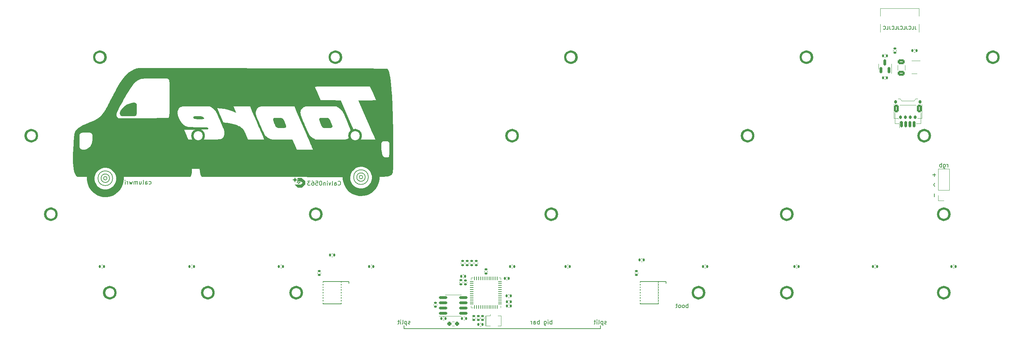
<source format=gbr>
%TF.GenerationSoftware,KiCad,Pcbnew,8.0.3*%
%TF.CreationDate,2024-08-24T23:39:28+02:00*%
%TF.ProjectId,toprevan,746f7072-6576-4616-9e2e-6b696361645f,rev?*%
%TF.SameCoordinates,Original*%
%TF.FileFunction,Legend,Bot*%
%TF.FilePolarity,Positive*%
%FSLAX46Y46*%
G04 Gerber Fmt 4.6, Leading zero omitted, Abs format (unit mm)*
G04 Created by KiCad (PCBNEW 8.0.3) date 2024-08-24 23:39:28*
%MOMM*%
%LPD*%
G01*
G04 APERTURE LIST*
G04 Aperture macros list*
%AMRoundRect*
0 Rectangle with rounded corners*
0 $1 Rounding radius*
0 $2 $3 $4 $5 $6 $7 $8 $9 X,Y pos of 4 corners*
0 Add a 4 corners polygon primitive as box body*
4,1,4,$2,$3,$4,$5,$6,$7,$8,$9,$2,$3,0*
0 Add four circle primitives for the rounded corners*
1,1,$1+$1,$2,$3*
1,1,$1+$1,$4,$5*
1,1,$1+$1,$6,$7*
1,1,$1+$1,$8,$9*
0 Add four rect primitives between the rounded corners*
20,1,$1+$1,$2,$3,$4,$5,0*
20,1,$1+$1,$4,$5,$6,$7,0*
20,1,$1+$1,$6,$7,$8,$9,0*
20,1,$1+$1,$8,$9,$2,$3,0*%
G04 Aperture macros list end*
%ADD10C,1.662500*%
%ADD11C,0.150000*%
%ADD12C,0.200000*%
%ADD13C,0.120000*%
%ADD14C,0.000000*%
%ADD15C,0.002540*%
%ADD16C,0.170180*%
%ADD17C,2.200000*%
%ADD18R,1.700000X1.700000*%
%ADD19O,1.700000X1.700000*%
%ADD20RoundRect,0.140000X-0.170000X0.140000X-0.170000X-0.140000X0.170000X-0.140000X0.170000X0.140000X0*%
%ADD21RoundRect,0.135000X-0.135000X-0.185000X0.135000X-0.185000X0.135000X0.185000X-0.135000X0.185000X0*%
%ADD22RoundRect,0.135000X-0.185000X0.135000X-0.185000X-0.135000X0.185000X-0.135000X0.185000X0.135000X0*%
%ADD23RoundRect,0.135000X0.135000X0.185000X-0.135000X0.185000X-0.135000X-0.185000X0.135000X-0.185000X0*%
%ADD24R,0.400000X1.900000*%
%ADD25RoundRect,0.062500X0.062500X-0.375000X0.062500X0.375000X-0.062500X0.375000X-0.062500X-0.375000X0*%
%ADD26RoundRect,0.062500X0.375000X-0.062500X0.375000X0.062500X-0.375000X0.062500X-0.375000X-0.062500X0*%
%ADD27R,5.600000X5.600000*%
%ADD28R,1.778000X0.419100*%
%ADD29RoundRect,0.150000X-0.150000X-0.625000X0.150000X-0.625000X0.150000X0.625000X-0.150000X0.625000X0*%
%ADD30RoundRect,0.250000X-0.350000X-0.650000X0.350000X-0.650000X0.350000X0.650000X-0.350000X0.650000X0*%
%ADD31R,0.700000X1.000000*%
%ADD32R,0.700000X0.600000*%
%ADD33RoundRect,0.250000X-0.625000X0.375000X-0.625000X-0.375000X0.625000X-0.375000X0.625000X0.375000X0*%
%ADD34C,0.650000*%
%ADD35R,0.600000X1.450000*%
%ADD36R,0.300000X1.450000*%
%ADD37O,1.000000X1.600000*%
%ADD38O,1.000000X2.100000*%
%ADD39RoundRect,0.140000X0.170000X-0.140000X0.170000X0.140000X-0.170000X0.140000X-0.170000X-0.140000X0*%
%ADD40RoundRect,0.150000X-0.825000X-0.150000X0.825000X-0.150000X0.825000X0.150000X-0.825000X0.150000X0*%
%ADD41RoundRect,0.150000X0.150000X-0.587500X0.150000X0.587500X-0.150000X0.587500X-0.150000X-0.587500X0*%
%ADD42RoundRect,0.140000X0.140000X0.170000X-0.140000X0.170000X-0.140000X-0.170000X0.140000X-0.170000X0*%
%ADD43RoundRect,0.140000X-0.140000X-0.170000X0.140000X-0.170000X0.140000X0.170000X-0.140000X0.170000X0*%
%ADD44RoundRect,0.135000X0.185000X-0.135000X0.185000X0.135000X-0.185000X0.135000X-0.185000X-0.135000X0*%
%ADD45RoundRect,0.150000X-0.150000X-0.275000X0.150000X-0.275000X0.150000X0.275000X-0.150000X0.275000X0*%
%ADD46RoundRect,0.175000X-0.175000X-0.225000X0.175000X-0.225000X0.175000X0.225000X-0.175000X0.225000X0*%
%ADD47RoundRect,0.237500X0.250000X0.237500X-0.250000X0.237500X-0.250000X-0.237500X0.250000X-0.237500X0*%
G04 APERTURE END LIST*
D10*
X242925000Y-50006250D02*
G75*
G02*
X241262500Y-50006250I-831250J0D01*
G01*
X241262500Y-50006250D02*
G75*
G02*
X242925000Y-50006250I831250J0D01*
G01*
X247687500Y-69056250D02*
G75*
G02*
X246025000Y-69056250I-831250J0D01*
G01*
X246025000Y-69056250D02*
G75*
G02*
X247687500Y-69056250I831250J0D01*
G01*
X247687500Y-88106250D02*
G75*
G02*
X246025000Y-88106250I-831250J0D01*
G01*
X246025000Y-88106250D02*
G75*
G02*
X247687500Y-88106250I831250J0D01*
G01*
X200062500Y-50006250D02*
G75*
G02*
X198400000Y-50006250I-831250J0D01*
G01*
X198400000Y-50006250D02*
G75*
G02*
X200062500Y-50006250I831250J0D01*
G01*
X209587500Y-69056250D02*
G75*
G02*
X207925000Y-69056250I-831250J0D01*
G01*
X207925000Y-69056250D02*
G75*
G02*
X209587500Y-69056250I831250J0D01*
G01*
X209587500Y-88106250D02*
G75*
G02*
X207925000Y-88106250I-831250J0D01*
G01*
X207925000Y-88106250D02*
G75*
G02*
X209587500Y-88106250I831250J0D01*
G01*
X188156250Y-88106250D02*
G75*
G02*
X186493750Y-88106250I-831250J0D01*
G01*
X186493750Y-88106250D02*
G75*
G02*
X188156250Y-88106250I831250J0D01*
G01*
X152437500Y-69056250D02*
G75*
G02*
X150775000Y-69056250I-831250J0D01*
G01*
X150775000Y-69056250D02*
G75*
G02*
X152437500Y-69056250I831250J0D01*
G01*
X142912500Y-50006250D02*
G75*
G02*
X141250000Y-50006250I-831250J0D01*
G01*
X141250000Y-50006250D02*
G75*
G02*
X142912500Y-50006250I831250J0D01*
G01*
X66712500Y-50006250D02*
G75*
G02*
X65050000Y-50006250I-831250J0D01*
G01*
X65050000Y-50006250D02*
G75*
G02*
X66712500Y-50006250I831250J0D01*
G01*
X104812500Y-50006250D02*
G75*
G02*
X103150000Y-50006250I-831250J0D01*
G01*
X103150000Y-50006250D02*
G75*
G02*
X104812500Y-50006250I831250J0D01*
G01*
X90525000Y-88106250D02*
G75*
G02*
X88862500Y-88106250I-831250J0D01*
G01*
X88862500Y-88106250D02*
G75*
G02*
X90525000Y-88106250I831250J0D01*
G01*
X95287500Y-69056250D02*
G75*
G02*
X93625000Y-69056250I-831250J0D01*
G01*
X93625000Y-69056250D02*
G75*
G02*
X95287500Y-69056250I831250J0D01*
G01*
X69093750Y-88106250D02*
G75*
G02*
X67431250Y-88106250I-831250J0D01*
G01*
X67431250Y-88106250D02*
G75*
G02*
X69093750Y-88106250I831250J0D01*
G01*
X45281250Y-88106250D02*
G75*
G02*
X43618750Y-88106250I-831250J0D01*
G01*
X43618750Y-88106250D02*
G75*
G02*
X45281250Y-88106250I831250J0D01*
G01*
X30993750Y-69056250D02*
G75*
G02*
X29331250Y-69056250I-831250J0D01*
G01*
X29331250Y-69056250D02*
G75*
G02*
X30993750Y-69056250I831250J0D01*
G01*
X26231250Y-50006250D02*
G75*
G02*
X24568750Y-50006250I-831250J0D01*
G01*
X24568750Y-50006250D02*
G75*
G02*
X26231250Y-50006250I831250J0D01*
G01*
X42900000Y-30956250D02*
G75*
G02*
X41237500Y-30956250I-831250J0D01*
G01*
X41237500Y-30956250D02*
G75*
G02*
X42900000Y-30956250I831250J0D01*
G01*
X100050000Y-30956250D02*
G75*
G02*
X98387500Y-30956250I-831250J0D01*
G01*
X98387500Y-30956250D02*
G75*
G02*
X100050000Y-30956250I831250J0D01*
G01*
X259593750Y-30956250D02*
G75*
G02*
X257931250Y-30956250I-831250J0D01*
G01*
X257931250Y-30956250D02*
G75*
G02*
X259593750Y-30956250I831250J0D01*
G01*
X214350000Y-30956250D02*
G75*
G02*
X212687500Y-30956250I-831250J0D01*
G01*
X212687500Y-30956250D02*
G75*
G02*
X214350000Y-30956250I831250J0D01*
G01*
X157200000Y-30956250D02*
G75*
G02*
X155537500Y-30956250I-831250J0D01*
G01*
X155537500Y-30956250D02*
G75*
G02*
X157200000Y-30956250I831250J0D01*
G01*
D11*
X43792475Y-60325000D02*
G75*
G02*
X42953323Y-60325000I-419576J0D01*
G01*
X42953323Y-60325000D02*
G75*
G02*
X43792475Y-60325000I419576J0D01*
G01*
X115887500Y-96837500D02*
X115887500Y-96043750D01*
X105840358Y-60051583D02*
G75*
G02*
X105001206Y-60051583I-419576J0D01*
G01*
X105001206Y-60051583D02*
G75*
G02*
X105840358Y-60051583I419576J0D01*
G01*
X163512500Y-96043750D02*
X163512500Y-96837500D01*
X106449028Y-60051583D02*
G75*
G02*
X104392536Y-60051583I-1028246J0D01*
G01*
X104392536Y-60051583D02*
G75*
G02*
X106449028Y-60051583I1028246J0D01*
G01*
X44401145Y-60325000D02*
G75*
G02*
X42344653Y-60325000I-1028246J0D01*
G01*
X42344653Y-60325000D02*
G75*
G02*
X44401145Y-60325000I1028246J0D01*
G01*
X163512500Y-96837500D02*
X115887500Y-96837500D01*
X45161366Y-60325000D02*
G75*
G02*
X41584432Y-60325000I-1788467J0D01*
G01*
X41584432Y-60325000D02*
G75*
G02*
X45161366Y-60325000I1788467J0D01*
G01*
X107209249Y-60051583D02*
G75*
G02*
X103632315Y-60051583I-1788467J0D01*
G01*
X103632315Y-60051583D02*
G75*
G02*
X107209249Y-60051583I1788467J0D01*
G01*
X244530147Y-64057409D02*
X244530147Y-64819314D01*
D12*
X99865148Y-61929298D02*
X99912767Y-61976918D01*
X99912767Y-61976918D02*
X100055624Y-62024537D01*
X100055624Y-62024537D02*
X100150862Y-62024537D01*
X100150862Y-62024537D02*
X100293719Y-61976918D01*
X100293719Y-61976918D02*
X100388957Y-61881679D01*
X100388957Y-61881679D02*
X100436576Y-61786441D01*
X100436576Y-61786441D02*
X100484195Y-61595965D01*
X100484195Y-61595965D02*
X100484195Y-61453108D01*
X100484195Y-61453108D02*
X100436576Y-61262632D01*
X100436576Y-61262632D02*
X100388957Y-61167394D01*
X100388957Y-61167394D02*
X100293719Y-61072156D01*
X100293719Y-61072156D02*
X100150862Y-61024537D01*
X100150862Y-61024537D02*
X100055624Y-61024537D01*
X100055624Y-61024537D02*
X99912767Y-61072156D01*
X99912767Y-61072156D02*
X99865148Y-61119775D01*
X99008005Y-62024537D02*
X99008005Y-61500727D01*
X99008005Y-61500727D02*
X99055624Y-61405489D01*
X99055624Y-61405489D02*
X99150862Y-61357870D01*
X99150862Y-61357870D02*
X99341338Y-61357870D01*
X99341338Y-61357870D02*
X99436576Y-61405489D01*
X99008005Y-61976918D02*
X99103243Y-62024537D01*
X99103243Y-62024537D02*
X99341338Y-62024537D01*
X99341338Y-62024537D02*
X99436576Y-61976918D01*
X99436576Y-61976918D02*
X99484195Y-61881679D01*
X99484195Y-61881679D02*
X99484195Y-61786441D01*
X99484195Y-61786441D02*
X99436576Y-61691203D01*
X99436576Y-61691203D02*
X99341338Y-61643584D01*
X99341338Y-61643584D02*
X99103243Y-61643584D01*
X99103243Y-61643584D02*
X99008005Y-61595965D01*
X98388957Y-62024537D02*
X98484195Y-61976918D01*
X98484195Y-61976918D02*
X98531814Y-61881679D01*
X98531814Y-61881679D02*
X98531814Y-61024537D01*
X98103242Y-61357870D02*
X97865147Y-62024537D01*
X97865147Y-62024537D02*
X97627052Y-61357870D01*
X97246099Y-62024537D02*
X97246099Y-61357870D01*
X97246099Y-61024537D02*
X97293718Y-61072156D01*
X97293718Y-61072156D02*
X97246099Y-61119775D01*
X97246099Y-61119775D02*
X97198480Y-61072156D01*
X97198480Y-61072156D02*
X97246099Y-61024537D01*
X97246099Y-61024537D02*
X97246099Y-61119775D01*
X96769909Y-61357870D02*
X96769909Y-62024537D01*
X96769909Y-61453108D02*
X96722290Y-61405489D01*
X96722290Y-61405489D02*
X96627052Y-61357870D01*
X96627052Y-61357870D02*
X96484195Y-61357870D01*
X96484195Y-61357870D02*
X96388957Y-61405489D01*
X96388957Y-61405489D02*
X96341338Y-61500727D01*
X96341338Y-61500727D02*
X96341338Y-62024537D01*
X95674671Y-61024537D02*
X95579433Y-61024537D01*
X95579433Y-61024537D02*
X95484195Y-61072156D01*
X95484195Y-61072156D02*
X95436576Y-61119775D01*
X95436576Y-61119775D02*
X95388957Y-61215013D01*
X95388957Y-61215013D02*
X95341338Y-61405489D01*
X95341338Y-61405489D02*
X95341338Y-61643584D01*
X95341338Y-61643584D02*
X95388957Y-61834060D01*
X95388957Y-61834060D02*
X95436576Y-61929298D01*
X95436576Y-61929298D02*
X95484195Y-61976918D01*
X95484195Y-61976918D02*
X95579433Y-62024537D01*
X95579433Y-62024537D02*
X95674671Y-62024537D01*
X95674671Y-62024537D02*
X95769909Y-61976918D01*
X95769909Y-61976918D02*
X95817528Y-61929298D01*
X95817528Y-61929298D02*
X95865147Y-61834060D01*
X95865147Y-61834060D02*
X95912766Y-61643584D01*
X95912766Y-61643584D02*
X95912766Y-61405489D01*
X95912766Y-61405489D02*
X95865147Y-61215013D01*
X95865147Y-61215013D02*
X95817528Y-61119775D01*
X95817528Y-61119775D02*
X95769909Y-61072156D01*
X95769909Y-61072156D02*
X95674671Y-61024537D01*
X94436576Y-61024537D02*
X94912766Y-61024537D01*
X94912766Y-61024537D02*
X94960385Y-61500727D01*
X94960385Y-61500727D02*
X94912766Y-61453108D01*
X94912766Y-61453108D02*
X94817528Y-61405489D01*
X94817528Y-61405489D02*
X94579433Y-61405489D01*
X94579433Y-61405489D02*
X94484195Y-61453108D01*
X94484195Y-61453108D02*
X94436576Y-61500727D01*
X94436576Y-61500727D02*
X94388957Y-61595965D01*
X94388957Y-61595965D02*
X94388957Y-61834060D01*
X94388957Y-61834060D02*
X94436576Y-61929298D01*
X94436576Y-61929298D02*
X94484195Y-61976918D01*
X94484195Y-61976918D02*
X94579433Y-62024537D01*
X94579433Y-62024537D02*
X94817528Y-62024537D01*
X94817528Y-62024537D02*
X94912766Y-61976918D01*
X94912766Y-61976918D02*
X94960385Y-61929298D01*
X93531814Y-61024537D02*
X93722290Y-61024537D01*
X93722290Y-61024537D02*
X93817528Y-61072156D01*
X93817528Y-61072156D02*
X93865147Y-61119775D01*
X93865147Y-61119775D02*
X93960385Y-61262632D01*
X93960385Y-61262632D02*
X94008004Y-61453108D01*
X94008004Y-61453108D02*
X94008004Y-61834060D01*
X94008004Y-61834060D02*
X93960385Y-61929298D01*
X93960385Y-61929298D02*
X93912766Y-61976918D01*
X93912766Y-61976918D02*
X93817528Y-62024537D01*
X93817528Y-62024537D02*
X93627052Y-62024537D01*
X93627052Y-62024537D02*
X93531814Y-61976918D01*
X93531814Y-61976918D02*
X93484195Y-61929298D01*
X93484195Y-61929298D02*
X93436576Y-61834060D01*
X93436576Y-61834060D02*
X93436576Y-61595965D01*
X93436576Y-61595965D02*
X93484195Y-61500727D01*
X93484195Y-61500727D02*
X93531814Y-61453108D01*
X93531814Y-61453108D02*
X93627052Y-61405489D01*
X93627052Y-61405489D02*
X93817528Y-61405489D01*
X93817528Y-61405489D02*
X93912766Y-61453108D01*
X93912766Y-61453108D02*
X93960385Y-61500727D01*
X93960385Y-61500727D02*
X94008004Y-61595965D01*
X93103242Y-61024537D02*
X92484195Y-61024537D01*
X92484195Y-61024537D02*
X92817528Y-61405489D01*
X92817528Y-61405489D02*
X92674671Y-61405489D01*
X92674671Y-61405489D02*
X92579433Y-61453108D01*
X92579433Y-61453108D02*
X92531814Y-61500727D01*
X92531814Y-61500727D02*
X92484195Y-61595965D01*
X92484195Y-61595965D02*
X92484195Y-61834060D01*
X92484195Y-61834060D02*
X92531814Y-61929298D01*
X92531814Y-61929298D02*
X92579433Y-61976918D01*
X92579433Y-61976918D02*
X92674671Y-62024537D01*
X92674671Y-62024537D02*
X92960385Y-62024537D01*
X92960385Y-62024537D02*
X93055623Y-61976918D01*
X93055623Y-61976918D02*
X93103242Y-61929298D01*
D11*
X247832440Y-57604819D02*
X247832440Y-56938152D01*
X247832440Y-57128628D02*
X247784821Y-57033390D01*
X247784821Y-57033390D02*
X247737202Y-56985771D01*
X247737202Y-56985771D02*
X247641964Y-56938152D01*
X247641964Y-56938152D02*
X247546726Y-56938152D01*
X246784821Y-56938152D02*
X246784821Y-57747676D01*
X246784821Y-57747676D02*
X246832440Y-57842914D01*
X246832440Y-57842914D02*
X246880059Y-57890533D01*
X246880059Y-57890533D02*
X246975297Y-57938152D01*
X246975297Y-57938152D02*
X247118154Y-57938152D01*
X247118154Y-57938152D02*
X247213392Y-57890533D01*
X246784821Y-57557200D02*
X246880059Y-57604819D01*
X246880059Y-57604819D02*
X247070535Y-57604819D01*
X247070535Y-57604819D02*
X247165773Y-57557200D01*
X247165773Y-57557200D02*
X247213392Y-57509580D01*
X247213392Y-57509580D02*
X247261011Y-57414342D01*
X247261011Y-57414342D02*
X247261011Y-57128628D01*
X247261011Y-57128628D02*
X247213392Y-57033390D01*
X247213392Y-57033390D02*
X247165773Y-56985771D01*
X247165773Y-56985771D02*
X247070535Y-56938152D01*
X247070535Y-56938152D02*
X246880059Y-56938152D01*
X246880059Y-56938152D02*
X246784821Y-56985771D01*
X246308630Y-57604819D02*
X246308630Y-56604819D01*
X246308630Y-56985771D02*
X246213392Y-56938152D01*
X246213392Y-56938152D02*
X246022916Y-56938152D01*
X246022916Y-56938152D02*
X245927678Y-56985771D01*
X245927678Y-56985771D02*
X245880059Y-57033390D01*
X245880059Y-57033390D02*
X245832440Y-57128628D01*
X245832440Y-57128628D02*
X245832440Y-57414342D01*
X245832440Y-57414342D02*
X245880059Y-57509580D01*
X245880059Y-57509580D02*
X245927678Y-57557200D01*
X245927678Y-57557200D02*
X246022916Y-57604819D01*
X246022916Y-57604819D02*
X246213392Y-57604819D01*
X246213392Y-57604819D02*
X246308630Y-57557200D01*
X164964880Y-95657200D02*
X164869642Y-95704819D01*
X164869642Y-95704819D02*
X164679166Y-95704819D01*
X164679166Y-95704819D02*
X164583928Y-95657200D01*
X164583928Y-95657200D02*
X164536309Y-95561961D01*
X164536309Y-95561961D02*
X164536309Y-95514342D01*
X164536309Y-95514342D02*
X164583928Y-95419104D01*
X164583928Y-95419104D02*
X164679166Y-95371485D01*
X164679166Y-95371485D02*
X164822023Y-95371485D01*
X164822023Y-95371485D02*
X164917261Y-95323866D01*
X164917261Y-95323866D02*
X164964880Y-95228628D01*
X164964880Y-95228628D02*
X164964880Y-95181009D01*
X164964880Y-95181009D02*
X164917261Y-95085771D01*
X164917261Y-95085771D02*
X164822023Y-95038152D01*
X164822023Y-95038152D02*
X164679166Y-95038152D01*
X164679166Y-95038152D02*
X164583928Y-95085771D01*
X164107737Y-95038152D02*
X164107737Y-96038152D01*
X164107737Y-95085771D02*
X164012499Y-95038152D01*
X164012499Y-95038152D02*
X163822023Y-95038152D01*
X163822023Y-95038152D02*
X163726785Y-95085771D01*
X163726785Y-95085771D02*
X163679166Y-95133390D01*
X163679166Y-95133390D02*
X163631547Y-95228628D01*
X163631547Y-95228628D02*
X163631547Y-95514342D01*
X163631547Y-95514342D02*
X163679166Y-95609580D01*
X163679166Y-95609580D02*
X163726785Y-95657200D01*
X163726785Y-95657200D02*
X163822023Y-95704819D01*
X163822023Y-95704819D02*
X164012499Y-95704819D01*
X164012499Y-95704819D02*
X164107737Y-95657200D01*
X163060118Y-95704819D02*
X163155356Y-95657200D01*
X163155356Y-95657200D02*
X163202975Y-95561961D01*
X163202975Y-95561961D02*
X163202975Y-94704819D01*
X162679165Y-95704819D02*
X162679165Y-95038152D01*
X162679165Y-94704819D02*
X162726784Y-94752438D01*
X162726784Y-94752438D02*
X162679165Y-94800057D01*
X162679165Y-94800057D02*
X162631546Y-94752438D01*
X162631546Y-94752438D02*
X162679165Y-94704819D01*
X162679165Y-94704819D02*
X162679165Y-94800057D01*
X162345832Y-95038152D02*
X161964880Y-95038152D01*
X162202975Y-94704819D02*
X162202975Y-95561961D01*
X162202975Y-95561961D02*
X162155356Y-95657200D01*
X162155356Y-95657200D02*
X162060118Y-95704819D01*
X162060118Y-95704819D02*
X161964880Y-95704819D01*
X239875675Y-23405986D02*
X239875675Y-23977414D01*
X239875675Y-23977414D02*
X239913770Y-24091700D01*
X239913770Y-24091700D02*
X239989961Y-24167891D01*
X239989961Y-24167891D02*
X240104246Y-24205986D01*
X240104246Y-24205986D02*
X240180437Y-24205986D01*
X239113770Y-24205986D02*
X239494722Y-24205986D01*
X239494722Y-24205986D02*
X239494722Y-23405986D01*
X238389960Y-24129795D02*
X238428056Y-24167891D01*
X238428056Y-24167891D02*
X238542341Y-24205986D01*
X238542341Y-24205986D02*
X238618532Y-24205986D01*
X238618532Y-24205986D02*
X238732818Y-24167891D01*
X238732818Y-24167891D02*
X238809008Y-24091700D01*
X238809008Y-24091700D02*
X238847103Y-24015510D01*
X238847103Y-24015510D02*
X238885199Y-23863129D01*
X238885199Y-23863129D02*
X238885199Y-23748843D01*
X238885199Y-23748843D02*
X238847103Y-23596462D01*
X238847103Y-23596462D02*
X238809008Y-23520271D01*
X238809008Y-23520271D02*
X238732818Y-23444081D01*
X238732818Y-23444081D02*
X238618532Y-23405986D01*
X238618532Y-23405986D02*
X238542341Y-23405986D01*
X238542341Y-23405986D02*
X238428056Y-23444081D01*
X238428056Y-23444081D02*
X238389960Y-23482176D01*
X237818532Y-23405986D02*
X237818532Y-23977414D01*
X237818532Y-23977414D02*
X237856627Y-24091700D01*
X237856627Y-24091700D02*
X237932818Y-24167891D01*
X237932818Y-24167891D02*
X238047103Y-24205986D01*
X238047103Y-24205986D02*
X238123294Y-24205986D01*
X237056627Y-24205986D02*
X237437579Y-24205986D01*
X237437579Y-24205986D02*
X237437579Y-23405986D01*
X236332817Y-24129795D02*
X236370913Y-24167891D01*
X236370913Y-24167891D02*
X236485198Y-24205986D01*
X236485198Y-24205986D02*
X236561389Y-24205986D01*
X236561389Y-24205986D02*
X236675675Y-24167891D01*
X236675675Y-24167891D02*
X236751865Y-24091700D01*
X236751865Y-24091700D02*
X236789960Y-24015510D01*
X236789960Y-24015510D02*
X236828056Y-23863129D01*
X236828056Y-23863129D02*
X236828056Y-23748843D01*
X236828056Y-23748843D02*
X236789960Y-23596462D01*
X236789960Y-23596462D02*
X236751865Y-23520271D01*
X236751865Y-23520271D02*
X236675675Y-23444081D01*
X236675675Y-23444081D02*
X236561389Y-23405986D01*
X236561389Y-23405986D02*
X236485198Y-23405986D01*
X236485198Y-23405986D02*
X236370913Y-23444081D01*
X236370913Y-23444081D02*
X236332817Y-23482176D01*
X235761389Y-23405986D02*
X235761389Y-23977414D01*
X235761389Y-23977414D02*
X235799484Y-24091700D01*
X235799484Y-24091700D02*
X235875675Y-24167891D01*
X235875675Y-24167891D02*
X235989960Y-24205986D01*
X235989960Y-24205986D02*
X236066151Y-24205986D01*
X234999484Y-24205986D02*
X235380436Y-24205986D01*
X235380436Y-24205986D02*
X235380436Y-23405986D01*
X234275674Y-24129795D02*
X234313770Y-24167891D01*
X234313770Y-24167891D02*
X234428055Y-24205986D01*
X234428055Y-24205986D02*
X234504246Y-24205986D01*
X234504246Y-24205986D02*
X234618532Y-24167891D01*
X234618532Y-24167891D02*
X234694722Y-24091700D01*
X234694722Y-24091700D02*
X234732817Y-24015510D01*
X234732817Y-24015510D02*
X234770913Y-23863129D01*
X234770913Y-23863129D02*
X234770913Y-23748843D01*
X234770913Y-23748843D02*
X234732817Y-23596462D01*
X234732817Y-23596462D02*
X234694722Y-23520271D01*
X234694722Y-23520271D02*
X234618532Y-23444081D01*
X234618532Y-23444081D02*
X234504246Y-23405986D01*
X234504246Y-23405986D02*
X234428055Y-23405986D01*
X234428055Y-23405986D02*
X234313770Y-23444081D01*
X234313770Y-23444081D02*
X234275674Y-23482176D01*
X233704246Y-23405986D02*
X233704246Y-23977414D01*
X233704246Y-23977414D02*
X233742341Y-24091700D01*
X233742341Y-24091700D02*
X233818532Y-24167891D01*
X233818532Y-24167891D02*
X233932817Y-24205986D01*
X233932817Y-24205986D02*
X234009008Y-24205986D01*
X232942341Y-24205986D02*
X233323293Y-24205986D01*
X233323293Y-24205986D02*
X233323293Y-23405986D01*
X232218531Y-24129795D02*
X232256627Y-24167891D01*
X232256627Y-24167891D02*
X232370912Y-24205986D01*
X232370912Y-24205986D02*
X232447103Y-24205986D01*
X232447103Y-24205986D02*
X232561389Y-24167891D01*
X232561389Y-24167891D02*
X232637579Y-24091700D01*
X232637579Y-24091700D02*
X232675674Y-24015510D01*
X232675674Y-24015510D02*
X232713770Y-23863129D01*
X232713770Y-23863129D02*
X232713770Y-23748843D01*
X232713770Y-23748843D02*
X232675674Y-23596462D01*
X232675674Y-23596462D02*
X232637579Y-23520271D01*
X232637579Y-23520271D02*
X232561389Y-23444081D01*
X232561389Y-23444081D02*
X232447103Y-23405986D01*
X232447103Y-23405986D02*
X232370912Y-23405986D01*
X232370912Y-23405986D02*
X232256627Y-23444081D01*
X232256627Y-23444081D02*
X232218531Y-23482176D01*
X117339880Y-95657200D02*
X117244642Y-95704819D01*
X117244642Y-95704819D02*
X117054166Y-95704819D01*
X117054166Y-95704819D02*
X116958928Y-95657200D01*
X116958928Y-95657200D02*
X116911309Y-95561961D01*
X116911309Y-95561961D02*
X116911309Y-95514342D01*
X116911309Y-95514342D02*
X116958928Y-95419104D01*
X116958928Y-95419104D02*
X117054166Y-95371485D01*
X117054166Y-95371485D02*
X117197023Y-95371485D01*
X117197023Y-95371485D02*
X117292261Y-95323866D01*
X117292261Y-95323866D02*
X117339880Y-95228628D01*
X117339880Y-95228628D02*
X117339880Y-95181009D01*
X117339880Y-95181009D02*
X117292261Y-95085771D01*
X117292261Y-95085771D02*
X117197023Y-95038152D01*
X117197023Y-95038152D02*
X117054166Y-95038152D01*
X117054166Y-95038152D02*
X116958928Y-95085771D01*
X116482737Y-95038152D02*
X116482737Y-96038152D01*
X116482737Y-95085771D02*
X116387499Y-95038152D01*
X116387499Y-95038152D02*
X116197023Y-95038152D01*
X116197023Y-95038152D02*
X116101785Y-95085771D01*
X116101785Y-95085771D02*
X116054166Y-95133390D01*
X116054166Y-95133390D02*
X116006547Y-95228628D01*
X116006547Y-95228628D02*
X116006547Y-95514342D01*
X116006547Y-95514342D02*
X116054166Y-95609580D01*
X116054166Y-95609580D02*
X116101785Y-95657200D01*
X116101785Y-95657200D02*
X116197023Y-95704819D01*
X116197023Y-95704819D02*
X116387499Y-95704819D01*
X116387499Y-95704819D02*
X116482737Y-95657200D01*
X115435118Y-95704819D02*
X115530356Y-95657200D01*
X115530356Y-95657200D02*
X115577975Y-95561961D01*
X115577975Y-95561961D02*
X115577975Y-94704819D01*
X115054165Y-95704819D02*
X115054165Y-95038152D01*
X115054165Y-94704819D02*
X115101784Y-94752438D01*
X115101784Y-94752438D02*
X115054165Y-94800057D01*
X115054165Y-94800057D02*
X115006546Y-94752438D01*
X115006546Y-94752438D02*
X115054165Y-94704819D01*
X115054165Y-94704819D02*
X115054165Y-94800057D01*
X114720832Y-95038152D02*
X114339880Y-95038152D01*
X114577975Y-94704819D02*
X114577975Y-95561961D01*
X114577975Y-95561961D02*
X114530356Y-95657200D01*
X114530356Y-95657200D02*
X114435118Y-95704819D01*
X114435118Y-95704819D02*
X114339880Y-95704819D01*
D12*
X244658956Y-61563406D02*
X244373242Y-61944358D01*
X244373242Y-61944358D02*
X244658956Y-62325310D01*
D11*
X244548866Y-59150298D02*
X244548866Y-59912203D01*
X244929819Y-59531250D02*
X244167914Y-59531250D01*
X184761011Y-91736069D02*
X184761011Y-90736069D01*
X184761011Y-91117021D02*
X184665773Y-91069402D01*
X184665773Y-91069402D02*
X184475297Y-91069402D01*
X184475297Y-91069402D02*
X184380059Y-91117021D01*
X184380059Y-91117021D02*
X184332440Y-91164640D01*
X184332440Y-91164640D02*
X184284821Y-91259878D01*
X184284821Y-91259878D02*
X184284821Y-91545592D01*
X184284821Y-91545592D02*
X184332440Y-91640830D01*
X184332440Y-91640830D02*
X184380059Y-91688450D01*
X184380059Y-91688450D02*
X184475297Y-91736069D01*
X184475297Y-91736069D02*
X184665773Y-91736069D01*
X184665773Y-91736069D02*
X184761011Y-91688450D01*
X183713392Y-91736069D02*
X183808630Y-91688450D01*
X183808630Y-91688450D02*
X183856249Y-91640830D01*
X183856249Y-91640830D02*
X183903868Y-91545592D01*
X183903868Y-91545592D02*
X183903868Y-91259878D01*
X183903868Y-91259878D02*
X183856249Y-91164640D01*
X183856249Y-91164640D02*
X183808630Y-91117021D01*
X183808630Y-91117021D02*
X183713392Y-91069402D01*
X183713392Y-91069402D02*
X183570535Y-91069402D01*
X183570535Y-91069402D02*
X183475297Y-91117021D01*
X183475297Y-91117021D02*
X183427678Y-91164640D01*
X183427678Y-91164640D02*
X183380059Y-91259878D01*
X183380059Y-91259878D02*
X183380059Y-91545592D01*
X183380059Y-91545592D02*
X183427678Y-91640830D01*
X183427678Y-91640830D02*
X183475297Y-91688450D01*
X183475297Y-91688450D02*
X183570535Y-91736069D01*
X183570535Y-91736069D02*
X183713392Y-91736069D01*
X182808630Y-91736069D02*
X182903868Y-91688450D01*
X182903868Y-91688450D02*
X182951487Y-91640830D01*
X182951487Y-91640830D02*
X182999106Y-91545592D01*
X182999106Y-91545592D02*
X182999106Y-91259878D01*
X182999106Y-91259878D02*
X182951487Y-91164640D01*
X182951487Y-91164640D02*
X182903868Y-91117021D01*
X182903868Y-91117021D02*
X182808630Y-91069402D01*
X182808630Y-91069402D02*
X182665773Y-91069402D01*
X182665773Y-91069402D02*
X182570535Y-91117021D01*
X182570535Y-91117021D02*
X182522916Y-91164640D01*
X182522916Y-91164640D02*
X182475297Y-91259878D01*
X182475297Y-91259878D02*
X182475297Y-91545592D01*
X182475297Y-91545592D02*
X182522916Y-91640830D01*
X182522916Y-91640830D02*
X182570535Y-91688450D01*
X182570535Y-91688450D02*
X182665773Y-91736069D01*
X182665773Y-91736069D02*
X182808630Y-91736069D01*
X182189582Y-91069402D02*
X181808630Y-91069402D01*
X182046725Y-90736069D02*
X182046725Y-91593211D01*
X182046725Y-91593211D02*
X181999106Y-91688450D01*
X181999106Y-91688450D02*
X181903868Y-91736069D01*
X181903868Y-91736069D02*
X181808630Y-91736069D01*
D12*
X53970505Y-61732100D02*
X54065743Y-61779719D01*
X54065743Y-61779719D02*
X54256219Y-61779719D01*
X54256219Y-61779719D02*
X54351457Y-61732100D01*
X54351457Y-61732100D02*
X54399076Y-61684480D01*
X54399076Y-61684480D02*
X54446695Y-61589242D01*
X54446695Y-61589242D02*
X54446695Y-61303528D01*
X54446695Y-61303528D02*
X54399076Y-61208290D01*
X54399076Y-61208290D02*
X54351457Y-61160671D01*
X54351457Y-61160671D02*
X54256219Y-61113052D01*
X54256219Y-61113052D02*
X54065743Y-61113052D01*
X54065743Y-61113052D02*
X53970505Y-61160671D01*
X53113362Y-61779719D02*
X53113362Y-61255909D01*
X53113362Y-61255909D02*
X53160981Y-61160671D01*
X53160981Y-61160671D02*
X53256219Y-61113052D01*
X53256219Y-61113052D02*
X53446695Y-61113052D01*
X53446695Y-61113052D02*
X53541933Y-61160671D01*
X53113362Y-61732100D02*
X53208600Y-61779719D01*
X53208600Y-61779719D02*
X53446695Y-61779719D01*
X53446695Y-61779719D02*
X53541933Y-61732100D01*
X53541933Y-61732100D02*
X53589552Y-61636861D01*
X53589552Y-61636861D02*
X53589552Y-61541623D01*
X53589552Y-61541623D02*
X53541933Y-61446385D01*
X53541933Y-61446385D02*
X53446695Y-61398766D01*
X53446695Y-61398766D02*
X53208600Y-61398766D01*
X53208600Y-61398766D02*
X53113362Y-61351147D01*
X52494314Y-61779719D02*
X52589552Y-61732100D01*
X52589552Y-61732100D02*
X52637171Y-61636861D01*
X52637171Y-61636861D02*
X52637171Y-60779719D01*
X51684790Y-61113052D02*
X51684790Y-61779719D01*
X52113361Y-61113052D02*
X52113361Y-61636861D01*
X52113361Y-61636861D02*
X52065742Y-61732100D01*
X52065742Y-61732100D02*
X51970504Y-61779719D01*
X51970504Y-61779719D02*
X51827647Y-61779719D01*
X51827647Y-61779719D02*
X51732409Y-61732100D01*
X51732409Y-61732100D02*
X51684790Y-61684480D01*
X51208599Y-61779719D02*
X51208599Y-61113052D01*
X51208599Y-61208290D02*
X51160980Y-61160671D01*
X51160980Y-61160671D02*
X51065742Y-61113052D01*
X51065742Y-61113052D02*
X50922885Y-61113052D01*
X50922885Y-61113052D02*
X50827647Y-61160671D01*
X50827647Y-61160671D02*
X50780028Y-61255909D01*
X50780028Y-61255909D02*
X50780028Y-61779719D01*
X50780028Y-61255909D02*
X50732409Y-61160671D01*
X50732409Y-61160671D02*
X50637171Y-61113052D01*
X50637171Y-61113052D02*
X50494314Y-61113052D01*
X50494314Y-61113052D02*
X50399075Y-61160671D01*
X50399075Y-61160671D02*
X50351456Y-61255909D01*
X50351456Y-61255909D02*
X50351456Y-61779719D01*
X49970504Y-61113052D02*
X49780028Y-61779719D01*
X49780028Y-61779719D02*
X49589552Y-61303528D01*
X49589552Y-61303528D02*
X49399076Y-61779719D01*
X49399076Y-61779719D02*
X49208600Y-61113052D01*
X48827647Y-61779719D02*
X48827647Y-61113052D01*
X48827647Y-61303528D02*
X48780028Y-61208290D01*
X48780028Y-61208290D02*
X48732409Y-61160671D01*
X48732409Y-61160671D02*
X48637171Y-61113052D01*
X48637171Y-61113052D02*
X48541933Y-61113052D01*
X48208599Y-61779719D02*
X48208599Y-61113052D01*
X48208599Y-60779719D02*
X48256218Y-60827338D01*
X48256218Y-60827338D02*
X48208599Y-60874957D01*
X48208599Y-60874957D02*
X48160980Y-60827338D01*
X48160980Y-60827338D02*
X48208599Y-60779719D01*
X48208599Y-60779719D02*
X48208599Y-60874957D01*
D11*
X151724999Y-95704819D02*
X151724999Y-94704819D01*
X151724999Y-95085771D02*
X151629761Y-95038152D01*
X151629761Y-95038152D02*
X151439285Y-95038152D01*
X151439285Y-95038152D02*
X151344047Y-95085771D01*
X151344047Y-95085771D02*
X151296428Y-95133390D01*
X151296428Y-95133390D02*
X151248809Y-95228628D01*
X151248809Y-95228628D02*
X151248809Y-95514342D01*
X151248809Y-95514342D02*
X151296428Y-95609580D01*
X151296428Y-95609580D02*
X151344047Y-95657200D01*
X151344047Y-95657200D02*
X151439285Y-95704819D01*
X151439285Y-95704819D02*
X151629761Y-95704819D01*
X151629761Y-95704819D02*
X151724999Y-95657200D01*
X150820237Y-95704819D02*
X150820237Y-95038152D01*
X150820237Y-94704819D02*
X150867856Y-94752438D01*
X150867856Y-94752438D02*
X150820237Y-94800057D01*
X150820237Y-94800057D02*
X150772618Y-94752438D01*
X150772618Y-94752438D02*
X150820237Y-94704819D01*
X150820237Y-94704819D02*
X150820237Y-94800057D01*
X149915476Y-95038152D02*
X149915476Y-95847676D01*
X149915476Y-95847676D02*
X149963095Y-95942914D01*
X149963095Y-95942914D02*
X150010714Y-95990533D01*
X150010714Y-95990533D02*
X150105952Y-96038152D01*
X150105952Y-96038152D02*
X150248809Y-96038152D01*
X150248809Y-96038152D02*
X150344047Y-95990533D01*
X149915476Y-95657200D02*
X150010714Y-95704819D01*
X150010714Y-95704819D02*
X150201190Y-95704819D01*
X150201190Y-95704819D02*
X150296428Y-95657200D01*
X150296428Y-95657200D02*
X150344047Y-95609580D01*
X150344047Y-95609580D02*
X150391666Y-95514342D01*
X150391666Y-95514342D02*
X150391666Y-95228628D01*
X150391666Y-95228628D02*
X150344047Y-95133390D01*
X150344047Y-95133390D02*
X150296428Y-95085771D01*
X150296428Y-95085771D02*
X150201190Y-95038152D01*
X150201190Y-95038152D02*
X150010714Y-95038152D01*
X150010714Y-95038152D02*
X149915476Y-95085771D01*
X148677380Y-95704819D02*
X148677380Y-94704819D01*
X148677380Y-95085771D02*
X148582142Y-95038152D01*
X148582142Y-95038152D02*
X148391666Y-95038152D01*
X148391666Y-95038152D02*
X148296428Y-95085771D01*
X148296428Y-95085771D02*
X148248809Y-95133390D01*
X148248809Y-95133390D02*
X148201190Y-95228628D01*
X148201190Y-95228628D02*
X148201190Y-95514342D01*
X148201190Y-95514342D02*
X148248809Y-95609580D01*
X148248809Y-95609580D02*
X148296428Y-95657200D01*
X148296428Y-95657200D02*
X148391666Y-95704819D01*
X148391666Y-95704819D02*
X148582142Y-95704819D01*
X148582142Y-95704819D02*
X148677380Y-95657200D01*
X147344047Y-95704819D02*
X147344047Y-95181009D01*
X147344047Y-95181009D02*
X147391666Y-95085771D01*
X147391666Y-95085771D02*
X147486904Y-95038152D01*
X147486904Y-95038152D02*
X147677380Y-95038152D01*
X147677380Y-95038152D02*
X147772618Y-95085771D01*
X147344047Y-95657200D02*
X147439285Y-95704819D01*
X147439285Y-95704819D02*
X147677380Y-95704819D01*
X147677380Y-95704819D02*
X147772618Y-95657200D01*
X147772618Y-95657200D02*
X147820237Y-95561961D01*
X147820237Y-95561961D02*
X147820237Y-95466723D01*
X147820237Y-95466723D02*
X147772618Y-95371485D01*
X147772618Y-95371485D02*
X147677380Y-95323866D01*
X147677380Y-95323866D02*
X147439285Y-95323866D01*
X147439285Y-95323866D02*
X147344047Y-95276247D01*
X146867856Y-95704819D02*
X146867856Y-95038152D01*
X146867856Y-95228628D02*
X146820237Y-95133390D01*
X146820237Y-95133390D02*
X146772618Y-95085771D01*
X146772618Y-95085771D02*
X146677380Y-95038152D01*
X146677380Y-95038152D02*
X146582142Y-95038152D01*
D13*
%TO.C,C10*%
X133526072Y-94118137D02*
X133526072Y-94333809D01*
X134246072Y-94118137D02*
X134246072Y-94333809D01*
%TO.C,R14*%
X64189257Y-81376250D02*
X64496539Y-81376250D01*
X64189257Y-82136250D02*
X64496539Y-82136250D01*
%TO.C,R23*%
X210983859Y-81376250D02*
X211291141Y-81376250D01*
X210983859Y-82136250D02*
X211291141Y-82136250D01*
%TO.C,R5*%
X131876250Y-80743417D02*
X131876250Y-81050699D01*
X132636250Y-80743417D02*
X132636250Y-81050699D01*
%TO.C,R18*%
X125566141Y-93982500D02*
X125258859Y-93982500D01*
X125566141Y-94742500D02*
X125258859Y-94742500D01*
%TO.C,Y1*%
X135601214Y-94117035D02*
X135601214Y-93717035D01*
X135601214Y-96117035D02*
X135601214Y-94117035D01*
X135801214Y-94117035D02*
X135801214Y-93717035D01*
X135801214Y-94117035D02*
X135801214Y-96117035D01*
X135801214Y-96117035D02*
X136801214Y-96117035D01*
X136801214Y-93717035D02*
X135801214Y-93717035D01*
X136801214Y-93717035D02*
X136801214Y-93317035D01*
X138601214Y-96117035D02*
X139401214Y-96117035D01*
X139401214Y-93717035D02*
X138601214Y-93717035D01*
X139401214Y-94117035D02*
X139401214Y-93717035D01*
X139401214Y-96117035D02*
X139401214Y-94117035D01*
D14*
%TO.C,G\u002A\u002A\u002A*%
G36*
X90154500Y-61335568D02*
G01*
X90040514Y-61449568D01*
X89885514Y-61449568D01*
X89730514Y-61449568D01*
X89844500Y-61335568D01*
X89958487Y-61221568D01*
X90113487Y-61221568D01*
X90268487Y-61221568D01*
X90154500Y-61335568D01*
G37*
G36*
X90546500Y-61449568D02*
G01*
X90318507Y-61677568D01*
X90164507Y-61677568D01*
X90010507Y-61677568D01*
X90238500Y-61449568D01*
X90466494Y-61221568D01*
X90620494Y-61221568D01*
X90774494Y-61221568D01*
X90546500Y-61449568D01*
G37*
G36*
X91469999Y-60665066D02*
G01*
X91861501Y-61056564D01*
X91861501Y-61449564D01*
X91861500Y-61842564D01*
X91470002Y-62234066D01*
X91078504Y-62625568D01*
X90588500Y-62625568D01*
X90098497Y-62625568D01*
X89706500Y-62233568D01*
X89314504Y-61841568D01*
X90097506Y-61841568D01*
X90880508Y-61841568D01*
X91076500Y-61645568D01*
X91272493Y-61449568D01*
X91076504Y-61253571D01*
X90880515Y-61057574D01*
X90296604Y-61057071D01*
X89712694Y-61056568D01*
X89731550Y-61034568D01*
X89738506Y-61026648D01*
X89751156Y-61012882D01*
X89765623Y-60997725D01*
X89781172Y-60981911D01*
X89797070Y-60966173D01*
X89812581Y-60951247D01*
X89826969Y-60937865D01*
X89839500Y-60926762D01*
X89863936Y-60906526D01*
X89913969Y-60868994D01*
X89966354Y-60834697D01*
X90021089Y-60803637D01*
X90078172Y-60775813D01*
X90137603Y-60751227D01*
X90199380Y-60729878D01*
X90263500Y-60711769D01*
X90270691Y-60709902D01*
X90279731Y-60707378D01*
X90286593Y-60705242D01*
X90290706Y-60703675D01*
X90291500Y-60702858D01*
X90289145Y-60702165D01*
X90283432Y-60700614D01*
X90275132Y-60698419D01*
X90264927Y-60695760D01*
X90253500Y-60692819D01*
X90238422Y-60688842D01*
X90181620Y-60671723D01*
X90125957Y-60651586D01*
X90071834Y-60628623D01*
X90019651Y-60603027D01*
X89969808Y-60574991D01*
X89922704Y-60544707D01*
X89878740Y-60512368D01*
X89866980Y-60503101D01*
X89981734Y-60388334D01*
X90096487Y-60273568D01*
X90587492Y-60273568D01*
X91078497Y-60273568D01*
X91469999Y-60665066D01*
G37*
G36*
X89400488Y-60070568D02*
G01*
X89400766Y-60071759D01*
X89402099Y-60077094D01*
X89404158Y-60085082D01*
X89406719Y-60094862D01*
X89409559Y-60105568D01*
X89420811Y-60143881D01*
X89439813Y-60196764D01*
X89462297Y-60247987D01*
X89488114Y-60297400D01*
X89517112Y-60344854D01*
X89549141Y-60390199D01*
X89584048Y-60433284D01*
X89621684Y-60473960D01*
X89661898Y-60512077D01*
X89704538Y-60547484D01*
X89749453Y-60580033D01*
X89796493Y-60609574D01*
X89845506Y-60635955D01*
X89896342Y-60659029D01*
X89948849Y-60678643D01*
X90002877Y-60694650D01*
X90006361Y-60695552D01*
X90016193Y-60698122D01*
X90024520Y-60700331D01*
X90030553Y-60701967D01*
X90033500Y-60702821D01*
X90033673Y-60702983D01*
X90031921Y-60704059D01*
X90027071Y-60705811D01*
X90019729Y-60708035D01*
X90010500Y-60710528D01*
X89957722Y-60725916D01*
X89903905Y-60745552D01*
X89851886Y-60768625D01*
X89801808Y-60795008D01*
X89753811Y-60824579D01*
X89708038Y-60857212D01*
X89664630Y-60892782D01*
X89623729Y-60931166D01*
X89585475Y-60972238D01*
X89550011Y-61015874D01*
X89517479Y-61061950D01*
X89488019Y-61110340D01*
X89461773Y-61160921D01*
X89438884Y-61213568D01*
X89434976Y-61223621D01*
X89425063Y-61250835D01*
X89416328Y-61277774D01*
X89408325Y-61305862D01*
X89400613Y-61336522D01*
X89400162Y-61337908D01*
X89399353Y-61338263D01*
X89398228Y-61336295D01*
X89396639Y-61331611D01*
X89394436Y-61323817D01*
X89391468Y-61312522D01*
X89391394Y-61312237D01*
X89375487Y-61258207D01*
X89356055Y-61205421D01*
X89333300Y-61154376D01*
X89307424Y-61105568D01*
X89282921Y-61065631D01*
X89250124Y-61018903D01*
X89214412Y-60974687D01*
X89175957Y-60933114D01*
X89134928Y-60894315D01*
X89091496Y-60858418D01*
X89045832Y-60825554D01*
X88998106Y-60795854D01*
X88948490Y-60769446D01*
X88897153Y-60746461D01*
X88844266Y-60727030D01*
X88790000Y-60711281D01*
X88787070Y-60710535D01*
X88777818Y-60708090D01*
X88770342Y-60705979D01*
X88765345Y-60704407D01*
X88763530Y-60703578D01*
X88763530Y-60703576D01*
X88765382Y-60702738D01*
X88770368Y-60701209D01*
X88777731Y-60699207D01*
X88786712Y-60696948D01*
X88801827Y-60693027D01*
X88823970Y-60686599D01*
X88847232Y-60679184D01*
X88870210Y-60671232D01*
X88891500Y-60663196D01*
X88925321Y-60648834D01*
X88974847Y-60624357D01*
X89023054Y-60596417D01*
X89069512Y-60565308D01*
X89113792Y-60531326D01*
X89155463Y-60494764D01*
X89194097Y-60455917D01*
X89205284Y-60443606D01*
X89242284Y-60399103D01*
X89276012Y-60352361D01*
X89306384Y-60303537D01*
X89333313Y-60252788D01*
X89356715Y-60200272D01*
X89376503Y-60146146D01*
X89392591Y-60090568D01*
X89393452Y-60087178D01*
X89395904Y-60077876D01*
X89397676Y-60071962D01*
X89398926Y-60069038D01*
X89399811Y-60068706D01*
X89400488Y-60070568D01*
G37*
D13*
%TO.C,R25*%
X249083859Y-81366059D02*
X249391141Y-81366059D01*
X249083859Y-82126059D02*
X249391141Y-82126059D01*
%TO.C,U1*%
X132121250Y-84496250D02*
X132596250Y-84496250D01*
X132121250Y-84971250D02*
X132121250Y-84496250D01*
X132121250Y-91241250D02*
X132121250Y-91716250D01*
X132121250Y-91716250D02*
X132596250Y-91716250D01*
X139341250Y-84496250D02*
X138866250Y-84496250D01*
X139341250Y-84971250D02*
X139341250Y-84496250D01*
X139341250Y-91241250D02*
X139341250Y-91716250D01*
%TO.C,C16*%
X132429679Y-94118137D02*
X132429679Y-94333809D01*
X133149679Y-94118137D02*
X133149679Y-94333809D01*
%TO.C,J4*%
X245526250Y-58042500D02*
X248186250Y-58042500D01*
X245526250Y-63182500D02*
X245526250Y-58042500D01*
X245526250Y-63182500D02*
X248186250Y-63182500D01*
X245526250Y-64452500D02*
X245526250Y-65782500D01*
X245526250Y-65782500D02*
X246856250Y-65782500D01*
X248186250Y-63182500D02*
X248186250Y-58042500D01*
D15*
%TO.C,U6*%
X173219110Y-90590370D02*
X173219110Y-90605610D01*
D16*
X173219470Y-85436250D02*
X177618750Y-85436250D01*
X173219470Y-90776250D02*
X173219470Y-85436250D01*
X177618750Y-85436250D02*
X177618750Y-90776250D01*
X177618750Y-90776250D02*
X173219470Y-90776250D01*
X179449110Y-85436250D02*
X177618750Y-85436250D01*
X179449110Y-85835030D02*
X179449110Y-85436250D01*
D14*
%TO.C,G\u002A\u002A\u002A*%
G36*
X66206772Y-45283347D02*
G01*
X66593816Y-45304268D01*
X66879398Y-45346857D01*
X67081336Y-45415618D01*
X67217446Y-45515055D01*
X67305547Y-45649672D01*
X67338367Y-45729652D01*
X67343200Y-45834484D01*
X67259620Y-45919803D01*
X67226117Y-45938909D01*
X67101501Y-45973329D01*
X66895927Y-45996079D01*
X66592003Y-46008642D01*
X66172334Y-46012500D01*
X65727168Y-46006234D01*
X65351461Y-45982412D01*
X65078146Y-45936805D01*
X64891413Y-45865237D01*
X64775450Y-45763534D01*
X64714448Y-45627521D01*
X64707080Y-45594909D01*
X64703702Y-45478658D01*
X64756752Y-45394185D01*
X64881563Y-45336746D01*
X65093467Y-45301593D01*
X65407796Y-45283982D01*
X65839884Y-45279166D01*
X66206772Y-45283347D01*
G37*
G36*
X97652097Y-45895833D02*
G01*
X97803595Y-46085954D01*
X97983699Y-46407259D01*
X98184452Y-46854711D01*
X98317561Y-47183683D01*
X98418986Y-47463399D01*
X98470441Y-47663940D01*
X98475261Y-47807504D01*
X98436781Y-47916291D01*
X98358334Y-48012500D01*
X98312401Y-48052952D01*
X98234690Y-48094479D01*
X98119348Y-48121473D01*
X97942454Y-48136968D01*
X97680090Y-48143994D01*
X97308334Y-48145584D01*
X97157147Y-48145409D01*
X96762573Y-48138960D01*
X96469036Y-48112356D01*
X96252056Y-48051104D01*
X96087156Y-47940711D01*
X95949854Y-47766685D01*
X95815673Y-47514532D01*
X95660132Y-47169759D01*
X95548082Y-46902596D01*
X95432846Y-46597355D01*
X95348442Y-46338456D01*
X95307864Y-46163038D01*
X95307481Y-46159794D01*
X95293217Y-45987721D01*
X95308547Y-45862496D01*
X95370759Y-45776693D01*
X95497137Y-45722885D01*
X95704969Y-45693646D01*
X96011542Y-45681548D01*
X96434142Y-45679166D01*
X97426959Y-45679166D01*
X97652097Y-45895833D01*
G37*
G36*
X85396959Y-45679271D02*
G01*
X85733724Y-45681545D01*
X85971091Y-45689390D01*
X86133259Y-45706180D01*
X86244429Y-45735284D01*
X86328801Y-45780075D01*
X86410575Y-45843925D01*
X86447901Y-45881121D01*
X86574133Y-46059105D01*
X86720732Y-46320118D01*
X86873197Y-46631615D01*
X87017025Y-46961050D01*
X87137714Y-47275877D01*
X87220762Y-47543551D01*
X87251667Y-47731526D01*
X87228799Y-47898422D01*
X87125592Y-48053644D01*
X87110883Y-48063160D01*
X86996789Y-48101609D01*
X86800948Y-48127145D01*
X86506252Y-48141294D01*
X86095592Y-48145584D01*
X86050395Y-48145582D01*
X85651523Y-48143689D01*
X85347732Y-48127656D01*
X85117603Y-48082141D01*
X84939719Y-47991802D01*
X84792661Y-47841298D01*
X84655011Y-47615288D01*
X84505352Y-47298430D01*
X84322264Y-46875383D01*
X84277144Y-46766663D01*
X84176237Y-46491832D01*
X84105926Y-46253613D01*
X84079278Y-46094030D01*
X84082993Y-45966834D01*
X84109324Y-45851234D01*
X84176914Y-45771560D01*
X84304172Y-45721165D01*
X84509507Y-45693400D01*
X84811330Y-45681617D01*
X85228048Y-45679166D01*
X85396959Y-45679271D01*
G37*
G36*
X50661256Y-42010152D02*
G01*
X50764405Y-42064293D01*
X50863852Y-42166217D01*
X50881820Y-42187261D01*
X50933884Y-42256240D01*
X50971502Y-42334409D01*
X50997018Y-42442458D01*
X51012780Y-42601077D01*
X51021133Y-42830958D01*
X51024425Y-43152791D01*
X51025000Y-43587267D01*
X51023044Y-44027619D01*
X51014513Y-44399625D01*
X50996282Y-44675016D01*
X50965239Y-44872956D01*
X50918271Y-45012609D01*
X50852266Y-45113139D01*
X50764111Y-45193713D01*
X50699424Y-45213111D01*
X50514352Y-45234760D01*
X50235743Y-45252352D01*
X49886034Y-45265780D01*
X49487664Y-45274937D01*
X49063069Y-45279718D01*
X48634689Y-45280015D01*
X48224959Y-45275722D01*
X47856319Y-45266733D01*
X47551205Y-45252941D01*
X47332055Y-45234240D01*
X47221308Y-45210523D01*
X47190180Y-45191338D01*
X47041698Y-45027213D01*
X46933515Y-44793096D01*
X46891667Y-44541809D01*
X46929039Y-44319876D01*
X47062038Y-44007700D01*
X47273387Y-43667819D01*
X47544222Y-43323788D01*
X47855679Y-42999163D01*
X48188893Y-42717497D01*
X48525000Y-42502346D01*
X48702119Y-42414518D01*
X49236366Y-42202479D01*
X49776326Y-42057960D01*
X50272888Y-41995211D01*
X50511250Y-41991308D01*
X50661256Y-42010152D01*
G37*
G36*
X113033529Y-41787749D02*
G01*
X113069831Y-42668190D01*
X113103505Y-43601728D01*
X113134456Y-44579045D01*
X113162591Y-45590824D01*
X113187816Y-46627747D01*
X113210034Y-47680496D01*
X113229152Y-48739754D01*
X113245077Y-49796202D01*
X113257712Y-50840524D01*
X113265462Y-51697348D01*
X113266964Y-51863401D01*
X113272738Y-52855516D01*
X113274940Y-53807551D01*
X113273475Y-54710189D01*
X113268250Y-55554111D01*
X113259169Y-56330000D01*
X113246138Y-57028538D01*
X113229062Y-57640408D01*
X113207848Y-58156292D01*
X113182401Y-58566873D01*
X113152626Y-58862831D01*
X113118429Y-59034851D01*
X113099656Y-59086566D01*
X112947631Y-59363273D01*
X112720858Y-59583889D01*
X112408448Y-59753031D01*
X111999514Y-59875318D01*
X111483170Y-59955369D01*
X110848527Y-59997802D01*
X109972054Y-60029427D01*
X109941908Y-60324905D01*
X109927007Y-60470963D01*
X109854924Y-60984596D01*
X109685767Y-61643265D01*
X109427754Y-62233042D01*
X109068095Y-62781221D01*
X108593996Y-63315095D01*
X108518743Y-63389273D01*
X107963372Y-63865009D01*
X107394996Y-64218241D01*
X106791597Y-64458034D01*
X106131160Y-64593452D01*
X105391667Y-64633560D01*
X104983049Y-64617367D01*
X104372421Y-64525740D01*
X103794726Y-64342198D01*
X103201868Y-64054012D01*
X102680031Y-63705460D01*
X102148951Y-63210325D01*
X101701158Y-62630598D01*
X101348091Y-61984185D01*
X101101187Y-61288993D01*
X100971885Y-60562928D01*
X100933495Y-60139529D01*
X102820665Y-60139529D01*
X102863049Y-60676561D01*
X103007340Y-61189885D01*
X103263486Y-61652358D01*
X103641285Y-62087242D01*
X103830862Y-62254469D01*
X104270313Y-62531456D01*
X104791667Y-62721876D01*
X105180521Y-62794086D01*
X105723869Y-62792271D01*
X106242272Y-62678348D01*
X106722279Y-62464538D01*
X107150436Y-62163062D01*
X107513293Y-61786139D01*
X107797398Y-61345992D01*
X107989298Y-60854840D01*
X108075542Y-60324905D01*
X108042679Y-59768406D01*
X108010334Y-59606398D01*
X107820070Y-59046993D01*
X107528009Y-58560343D01*
X107146128Y-58157212D01*
X106686408Y-57848365D01*
X106160826Y-57644566D01*
X105581362Y-57556580D01*
X105353120Y-57553547D01*
X104774923Y-57620993D01*
X104260411Y-57803060D01*
X103799506Y-58104205D01*
X103382127Y-58528885D01*
X103338692Y-58583291D01*
X103045802Y-59055212D01*
X102875058Y-59568417D01*
X102820665Y-60139529D01*
X100933495Y-60139529D01*
X100925000Y-60045833D01*
X83828956Y-60012500D01*
X66732912Y-59979166D01*
X66575473Y-59673230D01*
X66532430Y-59579352D01*
X66422444Y-59212537D01*
X66342665Y-58723230D01*
X66267296Y-58079166D01*
X65346148Y-58079166D01*
X64425000Y-58079166D01*
X64423611Y-58462500D01*
X64419366Y-58609191D01*
X64383585Y-58969521D01*
X64318664Y-59322345D01*
X64233359Y-59625733D01*
X64136427Y-59837750D01*
X64021927Y-60012500D01*
X55966852Y-60012500D01*
X47911777Y-60012500D01*
X47901755Y-60165075D01*
X47871243Y-60629569D01*
X47812633Y-61161035D01*
X47649137Y-61844144D01*
X47382234Y-62466238D01*
X47001969Y-63048961D01*
X46498384Y-63613958D01*
X46308706Y-63794603D01*
X45777875Y-64217616D01*
X45225089Y-64528885D01*
X44620050Y-64743311D01*
X43932463Y-64875791D01*
X43504263Y-64910198D01*
X42777820Y-64870661D01*
X42080687Y-64713814D01*
X41423971Y-64449485D01*
X40818780Y-64087504D01*
X40276221Y-63637698D01*
X39807401Y-63109897D01*
X39423429Y-62513929D01*
X39135411Y-61859622D01*
X38954454Y-61156807D01*
X38910187Y-60634022D01*
X40764575Y-60634022D01*
X40862841Y-61156513D01*
X41061601Y-61648630D01*
X41354424Y-62093627D01*
X41734881Y-62474759D01*
X42196542Y-62775279D01*
X42732978Y-62978443D01*
X43013215Y-63036619D01*
X43589399Y-63061108D01*
X44144914Y-62955457D01*
X44672132Y-62721602D01*
X45163425Y-62361480D01*
X45352661Y-62173432D01*
X45680928Y-61721911D01*
X45899003Y-61224397D01*
X46007861Y-60699312D01*
X46008483Y-60165075D01*
X45901844Y-59640107D01*
X45688922Y-59142828D01*
X45370696Y-58691658D01*
X44948142Y-58305018D01*
X44637451Y-58108002D01*
X44114430Y-57893497D01*
X43570987Y-57796717D01*
X43025540Y-57814424D01*
X42496507Y-57943381D01*
X42002306Y-58180349D01*
X41561355Y-58522091D01*
X41192071Y-58965368D01*
X41137036Y-59051765D01*
X40895242Y-59564903D01*
X40773232Y-60097904D01*
X40764575Y-60634022D01*
X38910187Y-60634022D01*
X38891667Y-60415310D01*
X38891667Y-60012500D01*
X37760654Y-60012500D01*
X36629640Y-60012500D01*
X36396680Y-59807958D01*
X36317089Y-59731407D01*
X36099809Y-59438382D01*
X35917201Y-59049744D01*
X35768907Y-58561721D01*
X35654572Y-57970540D01*
X35573837Y-57272426D01*
X35526344Y-56463609D01*
X35511738Y-55540313D01*
X35529661Y-54498768D01*
X35579754Y-53335199D01*
X35661662Y-52045833D01*
X35666669Y-51976593D01*
X35704231Y-51470299D01*
X37085909Y-51470299D01*
X37089391Y-51888384D01*
X37099269Y-52272340D01*
X37115672Y-52597728D01*
X37138734Y-52840110D01*
X37168587Y-52975045D01*
X37196635Y-53021505D01*
X37335573Y-53159338D01*
X37522968Y-53278182D01*
X37895931Y-53392607D01*
X38310948Y-53397995D01*
X38733214Y-53296482D01*
X39140349Y-53096305D01*
X39509976Y-52805699D01*
X39819713Y-52432901D01*
X39839201Y-52403117D01*
X40058176Y-51993296D01*
X40200501Y-51548029D01*
X40272740Y-51038946D01*
X40281461Y-50437676D01*
X40271398Y-50142823D01*
X40257803Y-49905342D01*
X40235386Y-49748360D01*
X40197230Y-49643689D01*
X40136413Y-49563140D01*
X40046018Y-49478525D01*
X40020824Y-49456948D01*
X39841000Y-49346105D01*
X39604616Y-49270569D01*
X39293031Y-49227553D01*
X38887604Y-49214269D01*
X38369693Y-49227932D01*
X37985351Y-49253554D01*
X37668884Y-49299866D01*
X37444505Y-49371998D01*
X37290879Y-49477062D01*
X37186667Y-49622168D01*
X37159803Y-49723325D01*
X37133289Y-49945462D01*
X37112511Y-50255668D01*
X37097600Y-50629502D01*
X37088689Y-51042525D01*
X37085909Y-51470299D01*
X35704231Y-51470299D01*
X35717407Y-51292695D01*
X35762211Y-50728166D01*
X35802483Y-50270408D01*
X35839627Y-49906824D01*
X35875044Y-49624815D01*
X35910138Y-49411782D01*
X35946312Y-49255130D01*
X35984968Y-49142258D01*
X36124091Y-48871895D01*
X36329231Y-48593419D01*
X36600372Y-48325017D01*
X36948054Y-48059541D01*
X37382815Y-47789845D01*
X37915194Y-47508781D01*
X38555730Y-47209203D01*
X39314961Y-46883963D01*
X39494985Y-46809064D01*
X40166807Y-46520781D01*
X40732362Y-46258852D01*
X41208221Y-46011401D01*
X41610956Y-45766551D01*
X41957140Y-45512424D01*
X42263343Y-45237143D01*
X42510994Y-44967146D01*
X46056034Y-44967146D01*
X46080804Y-45168637D01*
X46171875Y-45348073D01*
X46328694Y-45529166D01*
X46545000Y-45745833D01*
X52501667Y-45741321D01*
X53393464Y-45740250D01*
X54478057Y-45737641D01*
X55432292Y-45733671D01*
X56257868Y-45728320D01*
X56956489Y-45721567D01*
X57529857Y-45713390D01*
X57979673Y-45703769D01*
X58307639Y-45692683D01*
X58515457Y-45680110D01*
X58604830Y-45666030D01*
X58629686Y-45653969D01*
X58695286Y-45618725D01*
X58751519Y-45575681D01*
X58799106Y-45515179D01*
X58838768Y-45427563D01*
X58871226Y-45303177D01*
X58897202Y-45132365D01*
X58917418Y-44905470D01*
X58932594Y-44612836D01*
X58933843Y-44570497D01*
X60899226Y-44570497D01*
X60998651Y-45083733D01*
X61041423Y-45212060D01*
X61145405Y-45481298D01*
X61278847Y-45796327D01*
X61423321Y-46112500D01*
X61659091Y-46547209D01*
X62041785Y-47059757D01*
X62482659Y-47452742D01*
X62982383Y-47726726D01*
X63541628Y-47882269D01*
X63591268Y-47888631D01*
X63800942Y-47903797D01*
X64116041Y-47917360D01*
X64516598Y-47928813D01*
X64982643Y-47937650D01*
X65494212Y-47943363D01*
X66031335Y-47945447D01*
X66615600Y-47946001D01*
X67085593Y-47947966D01*
X67450876Y-47952133D01*
X67725811Y-47959294D01*
X67924763Y-47970241D01*
X68062094Y-47985768D01*
X68152169Y-48006667D01*
X68209350Y-48033729D01*
X68248001Y-48067749D01*
X68324657Y-48181215D01*
X68351773Y-48340941D01*
X68275000Y-48458565D01*
X68243769Y-48465373D01*
X68092102Y-48477950D01*
X67829345Y-48490872D01*
X67469697Y-48503714D01*
X67027359Y-48516055D01*
X66516529Y-48527470D01*
X65951408Y-48537537D01*
X65346194Y-48545833D01*
X62500721Y-48579166D01*
X63002249Y-49762500D01*
X63288407Y-50437676D01*
X63503777Y-50945833D01*
X67247722Y-50941189D01*
X67819971Y-50940427D01*
X68585537Y-50938739D01*
X69235637Y-50935518D01*
X69781046Y-50929752D01*
X70232537Y-50920432D01*
X70600885Y-50906548D01*
X70896865Y-50887089D01*
X71131250Y-50861046D01*
X71314815Y-50827408D01*
X71458335Y-50785165D01*
X71572582Y-50733306D01*
X71668333Y-50670823D01*
X71756360Y-50596704D01*
X71847439Y-50509940D01*
X72052419Y-50278957D01*
X72201179Y-50005471D01*
X72272075Y-49684869D01*
X72278407Y-49279166D01*
X72273368Y-49188686D01*
X72260545Y-49055279D01*
X72237023Y-48918308D01*
X72197514Y-48762923D01*
X72136730Y-48574279D01*
X72049383Y-48337528D01*
X71930183Y-48037821D01*
X71773842Y-47660313D01*
X71575072Y-47190155D01*
X71328585Y-46612500D01*
X71153496Y-46205810D01*
X70934060Y-45703766D01*
X70727884Y-45240238D01*
X70542649Y-44832104D01*
X70386035Y-44496247D01*
X70265723Y-44249546D01*
X70189394Y-44108881D01*
X70029096Y-43884303D01*
X69611234Y-43465977D01*
X69403268Y-43326483D01*
X70548460Y-43326483D01*
X70643933Y-43552825D01*
X70910383Y-44184254D01*
X71175015Y-44810611D01*
X71395289Y-45330879D01*
X71575090Y-45754112D01*
X71718306Y-46089369D01*
X71828824Y-46345705D01*
X71910531Y-46532177D01*
X71967312Y-46657841D01*
X72003056Y-46731754D01*
X72021648Y-46762972D01*
X72075853Y-46783262D01*
X72240852Y-46814995D01*
X72486209Y-46849211D01*
X72782552Y-46881343D01*
X73056296Y-46909718D01*
X73857847Y-47027611D01*
X74570507Y-47193068D01*
X75224113Y-47414040D01*
X75848500Y-47698480D01*
X75963605Y-47758683D01*
X76261698Y-47930075D01*
X76507383Y-48106245D01*
X76716937Y-48307299D01*
X76906636Y-48553345D01*
X77092759Y-48864489D01*
X77291581Y-49260838D01*
X77299904Y-49279166D01*
X77519381Y-49762500D01*
X78041872Y-50945833D01*
X79997132Y-50945833D01*
X81952393Y-50945833D01*
X81760565Y-50495833D01*
X81719521Y-50399882D01*
X81622218Y-50173064D01*
X81481644Y-49845778D01*
X81303226Y-49430649D01*
X81092393Y-48940299D01*
X80854573Y-48387352D01*
X80595193Y-47784432D01*
X80319681Y-47144162D01*
X80033465Y-46479166D01*
X79056744Y-44210096D01*
X79904577Y-44210096D01*
X79905019Y-44669829D01*
X80016806Y-45155348D01*
X80053089Y-45256589D01*
X80162690Y-45540124D01*
X80309913Y-45901871D01*
X80486663Y-46323536D01*
X80684845Y-46786827D01*
X80896364Y-47273448D01*
X81113125Y-47765108D01*
X81327033Y-48243511D01*
X81529994Y-48690364D01*
X81713911Y-49087373D01*
X81870692Y-49416245D01*
X81992239Y-49658686D01*
X82070460Y-49796402D01*
X82396017Y-50176311D01*
X82835155Y-50519977D01*
X83347052Y-50787215D01*
X83400750Y-50809072D01*
X83496654Y-50844824D01*
X83596427Y-50873568D01*
X83714452Y-50896078D01*
X83865117Y-50913130D01*
X84062804Y-50925499D01*
X84321900Y-50933962D01*
X84656789Y-50939292D01*
X85081856Y-50942267D01*
X85611487Y-50943661D01*
X86260066Y-50944250D01*
X88795132Y-50945833D01*
X89326733Y-52177720D01*
X89858334Y-53409607D01*
X91815466Y-53411053D01*
X92228981Y-53411150D01*
X92704834Y-53410102D01*
X93070851Y-53406942D01*
X93340753Y-53400860D01*
X93528263Y-53391050D01*
X93647101Y-53376703D01*
X93710988Y-53357010D01*
X93733647Y-53331164D01*
X93728798Y-53298355D01*
X93714222Y-53263247D01*
X93650600Y-53113345D01*
X93540759Y-52855954D01*
X93419922Y-52573413D01*
X110358334Y-52573413D01*
X110367725Y-53096009D01*
X110384259Y-53331164D01*
X110413132Y-53741807D01*
X110495570Y-54270220D01*
X110614366Y-54678386D01*
X110768845Y-54963440D01*
X110958334Y-55122520D01*
X111040186Y-55155616D01*
X111311203Y-55221282D01*
X111603561Y-55243412D01*
X111879887Y-55223680D01*
X112102812Y-55163760D01*
X112234964Y-55065327D01*
X112246180Y-55012854D01*
X112260296Y-54839349D01*
X112272422Y-54565866D01*
X112281936Y-54211676D01*
X112288218Y-53796049D01*
X112290646Y-53338257D01*
X112291667Y-51697348D01*
X112115910Y-51521590D01*
X112030607Y-51443802D01*
X111936152Y-51390155D01*
X111806947Y-51360738D01*
X111610140Y-51348361D01*
X111312879Y-51345833D01*
X111062295Y-51347538D01*
X110847701Y-51358014D01*
X110707730Y-51384022D01*
X110609961Y-51432271D01*
X110521970Y-51509469D01*
X110514136Y-51517336D01*
X110450529Y-51588896D01*
X110407099Y-51668947D01*
X110380004Y-51782456D01*
X110365405Y-51954392D01*
X110359462Y-52209721D01*
X110358334Y-52573413D01*
X93419922Y-52573413D01*
X93388645Y-52500281D01*
X93198204Y-52055533D01*
X92973383Y-51530917D01*
X92718126Y-50935638D01*
X92436380Y-50278904D01*
X92132090Y-49569921D01*
X91809203Y-48817896D01*
X91471665Y-48032035D01*
X89905237Y-44385715D01*
X90744036Y-44385715D01*
X90760101Y-44740730D01*
X90821303Y-45045833D01*
X90858303Y-45145689D01*
X90944507Y-45361596D01*
X91070986Y-45670137D01*
X91231091Y-46055325D01*
X91418173Y-46501176D01*
X91625582Y-46991702D01*
X91846669Y-47510917D01*
X91918330Y-47678609D01*
X92152484Y-48225396D01*
X92343577Y-48667387D01*
X92498874Y-49018638D01*
X92625641Y-49293204D01*
X92731144Y-49505139D01*
X92822648Y-49668499D01*
X92907419Y-49797338D01*
X92992722Y-49905713D01*
X93085822Y-50007678D01*
X93193986Y-50117288D01*
X93436149Y-50336354D01*
X93730299Y-50558889D01*
X93996803Y-50718870D01*
X94391667Y-50912500D01*
X98058334Y-50925813D01*
X98721353Y-50927847D01*
X99455910Y-50928832D01*
X100074925Y-50927832D01*
X100588367Y-50924652D01*
X101006204Y-50919100D01*
X101338406Y-50910980D01*
X101594939Y-50900101D01*
X101785773Y-50886266D01*
X101920875Y-50869283D01*
X102010215Y-50848958D01*
X102164068Y-50792377D01*
X102536247Y-50568687D01*
X102810601Y-50258262D01*
X102980255Y-49870688D01*
X103038334Y-49415548D01*
X103038333Y-49406704D01*
X103037088Y-49277054D01*
X103030313Y-49157198D01*
X103013311Y-49033902D01*
X102981387Y-48893927D01*
X102929848Y-48724037D01*
X102853996Y-48510997D01*
X102749138Y-48241568D01*
X102610579Y-47902516D01*
X102433622Y-47480603D01*
X102213574Y-46962593D01*
X101945740Y-46335250D01*
X101866030Y-46148823D01*
X101629971Y-45599314D01*
X101436077Y-45154266D01*
X101277199Y-44799397D01*
X101146189Y-44520423D01*
X101035900Y-44303063D01*
X100939184Y-44133034D01*
X100848892Y-43996052D01*
X100757876Y-43877835D01*
X100658990Y-43764100D01*
X100543116Y-43644007D01*
X100214910Y-43361504D01*
X99880432Y-43141350D01*
X99458334Y-42912500D01*
X95758334Y-42892776D01*
X95429186Y-42891141D01*
X94583245Y-42888308D01*
X93861729Y-42888219D01*
X93258071Y-42890969D01*
X92765703Y-42896655D01*
X92378058Y-42905371D01*
X92088570Y-42917214D01*
X91890670Y-42932278D01*
X91777791Y-42950659D01*
X91566238Y-43035514D01*
X91271528Y-43228893D01*
X91017772Y-43475148D01*
X90850110Y-43736061D01*
X90842273Y-43755122D01*
X90771846Y-44038081D01*
X90744036Y-44385715D01*
X89905237Y-44385715D01*
X89258334Y-42879859D01*
X85184949Y-42879513D01*
X84525222Y-42879877D01*
X83675437Y-42881963D01*
X82949574Y-42885981D01*
X82342065Y-42892031D01*
X81847341Y-42900212D01*
X81459836Y-42910623D01*
X81173981Y-42923364D01*
X80984208Y-42938535D01*
X80884949Y-42956233D01*
X80506911Y-43148796D01*
X80211965Y-43433261D01*
X80009040Y-43792467D01*
X79904577Y-44210096D01*
X79056744Y-44210096D01*
X78498194Y-42912500D01*
X76494931Y-42894855D01*
X76305415Y-42893278D01*
X75819050Y-42890119D01*
X75384608Y-42888562D01*
X75018367Y-42888583D01*
X74736610Y-42890157D01*
X74555616Y-42893260D01*
X74491667Y-42897867D01*
X74491821Y-42898845D01*
X74520863Y-42972342D01*
X74592967Y-43141818D01*
X74697793Y-43383240D01*
X74825000Y-43672576D01*
X74835074Y-43695373D01*
X74960982Y-43982107D01*
X75063725Y-44219275D01*
X75132957Y-44382792D01*
X75158334Y-44448573D01*
X75143099Y-44446559D01*
X75035985Y-44405017D01*
X74848849Y-44323313D01*
X74608334Y-44212865D01*
X74308012Y-44077932D01*
X73309917Y-43713505D01*
X72302630Y-43476570D01*
X71270063Y-43363030D01*
X70548460Y-43326483D01*
X69403268Y-43326483D01*
X69076039Y-43106993D01*
X68725000Y-42912500D01*
X65397225Y-42893444D01*
X62069450Y-42874389D01*
X61720549Y-43045091D01*
X61625463Y-43095262D01*
X61281267Y-43360601D01*
X61043511Y-43700524D01*
X60915172Y-44106625D01*
X60899226Y-44570497D01*
X58933843Y-44570497D01*
X58943453Y-44244807D01*
X58950715Y-43791726D01*
X58955103Y-43243936D01*
X58957337Y-42591783D01*
X58958139Y-41825609D01*
X58958230Y-40935758D01*
X58958142Y-40397561D01*
X58957561Y-39613729D01*
X58956205Y-38946896D01*
X58953809Y-38386907D01*
X58951747Y-38128809D01*
X94225000Y-38128809D01*
X94248903Y-38196070D01*
X94319865Y-38369840D01*
X94430900Y-38633178D01*
X94574981Y-38969570D01*
X94745083Y-39362507D01*
X94934179Y-39795476D01*
X95434273Y-40935758D01*
X95643358Y-41412500D01*
X98084179Y-41413564D01*
X100525000Y-41414629D01*
X102594513Y-46163564D01*
X104011677Y-49415548D01*
X104664025Y-50912500D01*
X106777846Y-50930103D01*
X107062442Y-50931985D01*
X107555337Y-50932797D01*
X107994154Y-50930397D01*
X108363043Y-50925054D01*
X108646158Y-50917038D01*
X108827648Y-50906620D01*
X108891667Y-50894070D01*
X108890785Y-50890487D01*
X108855289Y-50801201D01*
X108770919Y-50601053D01*
X108641780Y-50299496D01*
X108471976Y-49905981D01*
X108265610Y-49429962D01*
X108026786Y-48880891D01*
X107759609Y-48268221D01*
X107468181Y-47601402D01*
X107156607Y-46889889D01*
X106828991Y-46143134D01*
X104766316Y-41445833D01*
X106935771Y-41428247D01*
X107074741Y-41427106D01*
X107643128Y-41421901D01*
X108094100Y-41416240D01*
X108440755Y-41409302D01*
X108696193Y-41400268D01*
X108873510Y-41388316D01*
X108985806Y-41372625D01*
X109046178Y-41352375D01*
X109067725Y-41326744D01*
X109063545Y-41294913D01*
X109035277Y-41227925D01*
X108956367Y-41050770D01*
X108836035Y-40784915D01*
X108682306Y-40448001D01*
X108503208Y-40057669D01*
X108306765Y-39631562D01*
X107591667Y-38083959D01*
X100908334Y-38081562D01*
X100314177Y-38081545D01*
X99405949Y-38082297D01*
X98541911Y-38083947D01*
X97730978Y-38086431D01*
X96982064Y-38089688D01*
X96304083Y-38093654D01*
X95705951Y-38098266D01*
X95196580Y-38103460D01*
X94784885Y-38109175D01*
X94479781Y-38115347D01*
X94290181Y-38121912D01*
X94225000Y-38128809D01*
X58951747Y-38128809D01*
X58950107Y-37923606D01*
X58944833Y-37546835D01*
X58937721Y-37246439D01*
X58928505Y-37012261D01*
X58916920Y-36834144D01*
X58902699Y-36701933D01*
X58885576Y-36605470D01*
X58865286Y-36534600D01*
X58841564Y-36479166D01*
X58795236Y-36391883D01*
X58739138Y-36311506D01*
X58666067Y-36245686D01*
X58564390Y-36193178D01*
X58422471Y-36152740D01*
X58228677Y-36123126D01*
X57971374Y-36103091D01*
X57638925Y-36091393D01*
X57219699Y-36086785D01*
X56702058Y-36088025D01*
X56074370Y-36093868D01*
X55325000Y-36103069D01*
X55003251Y-36107611D01*
X54397181Y-36118389D01*
X53830180Y-36131300D01*
X53317958Y-36145819D01*
X52876225Y-36161423D01*
X52520692Y-36177589D01*
X52267068Y-36193793D01*
X52131063Y-36209511D01*
X51828838Y-36288743D01*
X51491438Y-36421541D01*
X51167860Y-36605755D01*
X50848065Y-36851298D01*
X50522016Y-37168081D01*
X50179674Y-37566015D01*
X49811000Y-38055011D01*
X49405957Y-38644979D01*
X48954506Y-39345833D01*
X48778652Y-39630882D01*
X48508629Y-40083773D01*
X48210931Y-40596842D01*
X47897597Y-41148277D01*
X47580664Y-41716265D01*
X47272169Y-42278997D01*
X46984149Y-42814658D01*
X46728643Y-43301438D01*
X46517686Y-43717525D01*
X46363317Y-44041106D01*
X46207602Y-44403156D01*
X46098117Y-44719889D01*
X46056034Y-44967146D01*
X42510994Y-44967146D01*
X42546137Y-44928832D01*
X42822095Y-44575612D01*
X43107787Y-44165608D01*
X43135905Y-44123396D01*
X43229988Y-43978588D01*
X43327414Y-43821754D01*
X43433964Y-43642248D01*
X43555419Y-43429424D01*
X43697558Y-43172637D01*
X43866162Y-42861240D01*
X44067011Y-42484587D01*
X44305885Y-42032033D01*
X44588566Y-41492930D01*
X44920833Y-40856635D01*
X45308466Y-40112500D01*
X45427219Y-39884788D01*
X45805976Y-39165942D01*
X46138152Y-38549412D01*
X46432067Y-38021155D01*
X46696038Y-37567129D01*
X46938385Y-37173293D01*
X47167425Y-36825604D01*
X47391479Y-36510020D01*
X47618864Y-36212500D01*
X47988512Y-35763056D01*
X48569679Y-35136030D01*
X49139860Y-34625166D01*
X49710305Y-34221854D01*
X50292268Y-33917479D01*
X50896998Y-33703432D01*
X50917033Y-33697426D01*
X50943845Y-33687473D01*
X50963840Y-33678036D01*
X50980522Y-33669108D01*
X50997395Y-33660682D01*
X51017963Y-33652751D01*
X51045729Y-33645307D01*
X51084197Y-33638345D01*
X51136870Y-33631856D01*
X51207253Y-33625833D01*
X51298850Y-33620270D01*
X51415163Y-33615160D01*
X51559697Y-33610496D01*
X51735955Y-33606270D01*
X51947442Y-33602475D01*
X52197661Y-33599105D01*
X52490115Y-33596153D01*
X52828309Y-33593611D01*
X53215746Y-33591472D01*
X53655931Y-33589730D01*
X54152365Y-33588377D01*
X54708555Y-33587407D01*
X55328002Y-33586811D01*
X56014211Y-33586584D01*
X56770687Y-33586718D01*
X57600931Y-33587207D01*
X58508449Y-33588042D01*
X59496744Y-33589218D01*
X60569319Y-33590727D01*
X61729679Y-33592561D01*
X62981327Y-33594715D01*
X64327766Y-33597181D01*
X65772502Y-33599952D01*
X67319037Y-33603021D01*
X68970875Y-33606380D01*
X70731520Y-33610024D01*
X72604475Y-33613944D01*
X74593245Y-33618134D01*
X76701334Y-33622587D01*
X78932244Y-33627296D01*
X81289479Y-33632253D01*
X83776544Y-33637453D01*
X85140631Y-33640297D01*
X87364965Y-33644958D01*
X89461954Y-33649395D01*
X91435374Y-33653635D01*
X93289000Y-33657701D01*
X95026609Y-33661619D01*
X96651976Y-33665413D01*
X98168876Y-33669107D01*
X99581086Y-33672727D01*
X100892382Y-33676297D01*
X102106538Y-33679842D01*
X103227331Y-33683387D01*
X104258536Y-33686956D01*
X105203929Y-33690574D01*
X106067287Y-33694266D01*
X106852384Y-33698056D01*
X107562996Y-33701969D01*
X108202899Y-33706030D01*
X108775869Y-33710264D01*
X109285682Y-33714695D01*
X109736113Y-33719347D01*
X110130938Y-33724247D01*
X110473932Y-33729418D01*
X110768872Y-33734885D01*
X111019533Y-33740673D01*
X111229691Y-33746806D01*
X111403122Y-33753310D01*
X111543601Y-33760208D01*
X111654903Y-33767526D01*
X111740806Y-33775289D01*
X111805084Y-33783520D01*
X111851514Y-33792246D01*
X111883871Y-33801489D01*
X111905930Y-33811276D01*
X111921467Y-33821631D01*
X112049611Y-33983671D01*
X112180033Y-34281129D01*
X112305449Y-34705704D01*
X112425325Y-35254239D01*
X112539128Y-35923577D01*
X112646323Y-36710563D01*
X112746379Y-37612038D01*
X112838759Y-38624847D01*
X112922932Y-39745833D01*
X112953419Y-40223428D01*
X112994693Y-40969722D01*
X113011643Y-41326744D01*
X113033529Y-41787749D01*
G37*
D13*
%TO.C,R8*%
X239558859Y-28988750D02*
X239866141Y-28988750D01*
X239558859Y-29748750D02*
X239866141Y-29748750D01*
%TO.C,J1*%
X235015000Y-44528750D02*
X235015000Y-47028750D01*
X235015000Y-47028750D02*
X236065000Y-47028750D01*
X236065000Y-47028750D02*
X236065000Y-48018750D01*
X236185000Y-42558750D02*
X240065000Y-42558750D01*
X241235000Y-44528750D02*
X241235000Y-47028750D01*
X241235000Y-47028750D02*
X240185000Y-47028750D01*
%TO.C,R16*%
X98271359Y-78617940D02*
X98578641Y-78617940D01*
X98271359Y-79377940D02*
X98578641Y-79377940D01*
%TO.C,D1*%
X239060621Y-31777500D02*
X241060621Y-31777500D01*
X240360621Y-34897500D02*
X239060621Y-34897500D01*
D15*
%TO.C,U4*%
X96225360Y-90590370D02*
X96225360Y-90605610D01*
D16*
X96225720Y-85436250D02*
X100625000Y-85436250D01*
X96225720Y-90776250D02*
X96225720Y-85436250D01*
X100625000Y-85436250D02*
X100625000Y-90776250D01*
X100625000Y-90776250D02*
X96225720Y-90776250D01*
X102455360Y-85436250D02*
X100625000Y-85436250D01*
X102455360Y-85835030D02*
X102455360Y-85436250D01*
D13*
%TO.C,R6*%
X129676250Y-80743417D02*
X129676250Y-81050699D01*
X130436250Y-80743417D02*
X130436250Y-81050699D01*
%TO.C,R20*%
X155728641Y-81376250D02*
X155421359Y-81376250D01*
X155728641Y-82136250D02*
X155421359Y-82136250D01*
%TO.C,C11*%
X134529679Y-94125572D02*
X134529679Y-94341244D01*
X135249679Y-94125572D02*
X135249679Y-94341244D01*
%TO.C,R4*%
X130776250Y-80743417D02*
X130776250Y-81050699D01*
X131536250Y-80743417D02*
X131536250Y-81050699D01*
%TO.C,R11*%
X141133859Y-88520000D02*
X141441141Y-88520000D01*
X141133859Y-89280000D02*
X141441141Y-89280000D01*
%TO.C,F_USBC1*%
X235627500Y-32880464D02*
X235627500Y-34084592D01*
X237447500Y-32880464D02*
X237447500Y-34084592D01*
%TO.C,R9*%
X134239832Y-95452687D02*
X134547114Y-95452687D01*
X134239832Y-96212687D02*
X134547114Y-96212687D01*
%TO.C,J3*%
X231424750Y-19080750D02*
X240824750Y-19080750D01*
X231424750Y-20980750D02*
X231424750Y-19080750D01*
X231424750Y-24880750D02*
X231424750Y-22880750D01*
X240824750Y-20980750D02*
X240824750Y-19080750D01*
X240824750Y-24880750D02*
X240824750Y-22880750D01*
%TO.C,R7*%
X234570000Y-29215109D02*
X234570000Y-29522391D01*
X235330000Y-29215109D02*
X235330000Y-29522391D01*
%TO.C,R15*%
X42425109Y-81376250D02*
X42732391Y-81376250D01*
X42425109Y-82136250D02*
X42732391Y-82136250D01*
%TO.C,C1*%
X130415537Y-85707974D02*
X130415537Y-85492302D01*
X131135537Y-85707974D02*
X131135537Y-85492302D01*
%TO.C,R17*%
X108097304Y-81366059D02*
X107790022Y-81366059D01*
X108097304Y-82126059D02*
X107790022Y-82126059D01*
%TO.C,U5*%
X127793750Y-88627500D02*
X125843750Y-88627500D01*
X127793750Y-88627500D02*
X129743750Y-88627500D01*
X127793750Y-93747500D02*
X124343750Y-93747500D01*
X127793750Y-93747500D02*
X129743750Y-93747500D01*
%TO.C,R24*%
X230033859Y-81376250D02*
X230341141Y-81376250D01*
X230033859Y-82136250D02*
X230341141Y-82136250D01*
%TO.C,U3*%
X231008750Y-33192472D02*
X231008750Y-32542472D01*
X231008750Y-33192472D02*
X231008750Y-33842472D01*
X234128750Y-33192472D02*
X234128750Y-32542472D01*
X234128750Y-33192472D02*
X234128750Y-34867472D01*
%TO.C,C12*%
X232676586Y-30236511D02*
X232460914Y-30236511D01*
X232676586Y-30956511D02*
X232460914Y-30956511D01*
%TO.C,C13*%
X232676586Y-35584924D02*
X232460914Y-35584924D01*
X232676586Y-36304924D02*
X232460914Y-36304924D01*
%TO.C,R19*%
X173701141Y-79788750D02*
X173393859Y-79788750D01*
X173701141Y-80548750D02*
X173393859Y-80548750D01*
%TO.C,C9*%
X141191594Y-89929802D02*
X141407266Y-89929802D01*
X141191594Y-90649802D02*
X141407266Y-90649802D01*
%TO.C,C15*%
X123091464Y-91129717D02*
X123091464Y-90914045D01*
X123811464Y-91129717D02*
X123811464Y-90914045D01*
%TO.C,R2*%
X135351250Y-83103641D02*
X135351250Y-82796359D01*
X136111250Y-83103641D02*
X136111250Y-82796359D01*
%TO.C,R21*%
X142234891Y-81376250D02*
X141927609Y-81376250D01*
X142234891Y-82136250D02*
X141927609Y-82136250D01*
%TO.C,C6*%
X141202507Y-90976235D02*
X141418179Y-90976235D01*
X141202507Y-91696235D02*
X141418179Y-91696235D01*
%TO.C,C7*%
X130314586Y-83745750D02*
X130098914Y-83745750D01*
X130314586Y-84465750D02*
X130098914Y-84465750D01*
%TO.C,R12*%
X130305109Y-93982500D02*
X130612391Y-93982500D01*
X130305109Y-94742500D02*
X130612391Y-94742500D01*
%TO.C,C8*%
X140667164Y-84290000D02*
X140882836Y-84290000D01*
X140667164Y-85010000D02*
X140882836Y-85010000D01*
%TO.C,R10*%
X129315761Y-85428620D02*
X129315761Y-85735902D01*
X130075761Y-85428620D02*
X130075761Y-85735902D01*
%TO.C,J2*%
X234715000Y-42416250D02*
X234715000Y-45746250D01*
X234715000Y-45746250D02*
X235765000Y-45746250D01*
X235765000Y-45746250D02*
X235765000Y-45956250D01*
X235785000Y-41026250D02*
X236285000Y-41026250D01*
X236075000Y-46809803D02*
X236325000Y-46456250D01*
X236285000Y-41026250D02*
X236585000Y-41526250D01*
X236325000Y-46456250D02*
X236575000Y-46809803D01*
X236575000Y-46809803D02*
X236075000Y-46809803D01*
X236585000Y-41526250D02*
X239665000Y-41526250D01*
X239665000Y-41526250D02*
X239965000Y-41026250D01*
X239965000Y-41026250D02*
X240465000Y-41026250D01*
X241535000Y-42416250D02*
X241535000Y-45746250D01*
X241535000Y-45746250D02*
X240485000Y-45746250D01*
%TO.C,R13*%
X85855109Y-81376250D02*
X86162391Y-81376250D01*
X85855109Y-82136250D02*
X86162391Y-82136250D01*
%TO.C,R3*%
X132970000Y-80743417D02*
X132970000Y-81050699D01*
X133730000Y-80743417D02*
X133730000Y-81050699D01*
%TO.C,C14*%
X94890000Y-83451586D02*
X94890000Y-83235914D01*
X95610000Y-83451586D02*
X95610000Y-83235914D01*
%TO.C,C17*%
X171883750Y-83451586D02*
X171883750Y-83235914D01*
X172603750Y-83451586D02*
X172603750Y-83235914D01*
%TO.C,R22*%
X189066141Y-81376250D02*
X188758859Y-81376250D01*
X189066141Y-82136250D02*
X188758859Y-82136250D01*
%TO.C,JP1*%
X128065666Y-95142857D02*
X127556218Y-95142857D01*
X128065666Y-96187857D02*
X127556218Y-96187857D01*
%TD*%
%LPC*%
D17*
%TO.C,H3*%
X156368750Y-30956250D03*
%TD*%
%TO.C,H18*%
X68262500Y-88106250D03*
%TD*%
%TO.C,H22*%
X246856250Y-88106250D03*
%TD*%
%TO.C,H9*%
X142081250Y-50006250D03*
%TD*%
%TO.C,H4*%
X213518750Y-30956250D03*
%TD*%
%TO.C,H15*%
X208756250Y-69056250D03*
%TD*%
%TO.C,H14*%
X151606250Y-69056250D03*
%TD*%
%TO.C,H12*%
X30162500Y-69056250D03*
%TD*%
%TO.C,H21*%
X208756250Y-88106250D03*
%TD*%
%TO.C,H20*%
X187325000Y-88106250D03*
%TD*%
D18*
%TO.C,SW1*%
X183356250Y-86831250D03*
D19*
X183356250Y-89371250D03*
%TD*%
D17*
%TO.C,H16*%
X246856250Y-69056250D03*
%TD*%
%TO.C,H13*%
X94456250Y-69056250D03*
%TD*%
%TO.C,H5*%
X258762500Y-30956250D03*
%TD*%
%TO.C,H7*%
X65881250Y-50006250D03*
%TD*%
%TO.C,H6*%
X25400000Y-50006250D03*
%TD*%
%TO.C,H10*%
X199231250Y-50006250D03*
%TD*%
%TO.C,H17*%
X44450000Y-88106250D03*
%TD*%
%TO.C,H1*%
X42068750Y-30956250D03*
%TD*%
%TO.C,H19*%
X89693750Y-88106250D03*
%TD*%
%TO.C,H8*%
X103981250Y-50006250D03*
%TD*%
%TO.C,H11*%
X242093750Y-50006250D03*
%TD*%
%TO.C,H2*%
X99218750Y-30956250D03*
%TD*%
D20*
%TO.C,C10*%
X133886072Y-93745973D03*
X133886072Y-94705973D03*
%TD*%
D21*
%TO.C,R14*%
X63832898Y-81756250D03*
X64852898Y-81756250D03*
%TD*%
%TO.C,R23*%
X210627500Y-81756250D03*
X211647500Y-81756250D03*
%TD*%
D22*
%TO.C,R5*%
X132256250Y-80387058D03*
X132256250Y-81407058D03*
%TD*%
D23*
%TO.C,R18*%
X125922500Y-94362500D03*
X124902500Y-94362500D03*
%TD*%
D24*
%TO.C,Y1*%
X136401214Y-94917035D03*
X137601214Y-94917035D03*
X138801214Y-94917035D03*
%TD*%
D21*
%TO.C,R25*%
X248727500Y-81746059D03*
X249747500Y-81746059D03*
%TD*%
D25*
%TO.C,U1*%
X138481250Y-91543750D03*
X137981250Y-91543750D03*
X137481250Y-91543750D03*
X136981250Y-91543750D03*
X136481250Y-91543750D03*
X135981250Y-91543750D03*
X135481250Y-91543750D03*
X134981250Y-91543750D03*
X134481250Y-91543750D03*
X133981250Y-91543750D03*
X133481250Y-91543750D03*
X132981250Y-91543750D03*
D26*
X132293750Y-90856250D03*
X132293750Y-90356250D03*
X132293750Y-89856250D03*
X132293750Y-89356250D03*
X132293750Y-88856250D03*
X132293750Y-88356250D03*
X132293750Y-87856250D03*
X132293750Y-87356250D03*
X132293750Y-86856250D03*
X132293750Y-86356250D03*
X132293750Y-85856250D03*
X132293750Y-85356250D03*
D25*
X132981250Y-84668750D03*
X133481250Y-84668750D03*
X133981250Y-84668750D03*
X134481250Y-84668750D03*
X134981250Y-84668750D03*
X135481250Y-84668750D03*
X135981250Y-84668750D03*
X136481250Y-84668750D03*
X136981250Y-84668750D03*
X137481250Y-84668750D03*
X137981250Y-84668750D03*
X138481250Y-84668750D03*
D26*
X139168750Y-85356250D03*
X139168750Y-85856250D03*
X139168750Y-86356250D03*
X139168750Y-86856250D03*
X139168750Y-87356250D03*
X139168750Y-87856250D03*
X139168750Y-88356250D03*
X139168750Y-88856250D03*
X139168750Y-89356250D03*
X139168750Y-89856250D03*
X139168750Y-90356250D03*
X139168750Y-90856250D03*
D27*
X135731250Y-88106250D03*
%TD*%
D20*
%TO.C,C16*%
X132789679Y-93745973D03*
X132789679Y-94705973D03*
%TD*%
D18*
%TO.C,J4*%
X246856250Y-64452500D03*
D19*
X246856250Y-61912500D03*
X246856250Y-59372500D03*
%TD*%
D28*
%TO.C,U6*%
X178393090Y-85832950D03*
X178393090Y-86483190D03*
X178393090Y-87133430D03*
X178393090Y-87783670D03*
X178393090Y-88428830D03*
X178393090Y-89079070D03*
X178393090Y-89729310D03*
X178393090Y-90379550D03*
X172444410Y-90379550D03*
X172444410Y-89729310D03*
X172444410Y-89079070D03*
X172444410Y-88428830D03*
X172444410Y-87783670D03*
X172444410Y-87133430D03*
X172444410Y-86483190D03*
X172444410Y-85832950D03*
%TD*%
D21*
%TO.C,R8*%
X239202500Y-29368750D03*
X240222500Y-29368750D03*
%TD*%
D29*
%TO.C,J1*%
X236625000Y-47243750D03*
X237625000Y-47243750D03*
X238625000Y-47243750D03*
X239625000Y-47243750D03*
D30*
X235325000Y-43368750D03*
X240925000Y-43368750D03*
%TD*%
D21*
%TO.C,R16*%
X97915000Y-78997940D03*
X98935000Y-78997940D03*
%TD*%
D31*
%TO.C,D1*%
X240710621Y-32587500D03*
D32*
X240710621Y-34287500D03*
X238710621Y-34287500D03*
X238710621Y-32387500D03*
%TD*%
D28*
%TO.C,U4*%
X101399340Y-85832950D03*
X101399340Y-86483190D03*
X101399340Y-87133430D03*
X101399340Y-87783670D03*
X101399340Y-88428830D03*
X101399340Y-89079070D03*
X101399340Y-89729310D03*
X101399340Y-90379550D03*
X95450660Y-90379550D03*
X95450660Y-89729310D03*
X95450660Y-89079070D03*
X95450660Y-88428830D03*
X95450660Y-87783670D03*
X95450660Y-87133430D03*
X95450660Y-86483190D03*
X95450660Y-85832950D03*
%TD*%
D22*
%TO.C,R6*%
X130056250Y-80387058D03*
X130056250Y-81407058D03*
%TD*%
D23*
%TO.C,R20*%
X156085000Y-81756250D03*
X155065000Y-81756250D03*
%TD*%
D20*
%TO.C,C11*%
X134889679Y-93753408D03*
X134889679Y-94713408D03*
%TD*%
D22*
%TO.C,R4*%
X131156250Y-80387058D03*
X131156250Y-81407058D03*
%TD*%
D21*
%TO.C,R11*%
X140777500Y-88900000D03*
X141797500Y-88900000D03*
%TD*%
D33*
%TO.C,F_USBC1*%
X236537500Y-32082528D03*
X236537500Y-34882528D03*
%TD*%
D21*
%TO.C,R9*%
X133883473Y-95832687D03*
X134903473Y-95832687D03*
%TD*%
D34*
%TO.C,J3*%
X233234750Y-25580750D03*
X239014750Y-25580750D03*
D35*
X232874750Y-27025750D03*
X233674750Y-27025750D03*
D36*
X234874750Y-27025750D03*
X235874750Y-27025750D03*
X236374750Y-27025750D03*
X237374750Y-27025750D03*
D35*
X238574750Y-27025750D03*
X239374750Y-27025750D03*
X239374750Y-27025750D03*
X238574750Y-27025750D03*
D36*
X237874750Y-27025750D03*
X236874750Y-27025750D03*
X235374750Y-27025750D03*
X234374750Y-27025750D03*
D35*
X233674750Y-27025750D03*
X232874750Y-27025750D03*
D37*
X231804750Y-21930750D03*
D38*
X231804750Y-26110750D03*
D37*
X240444750Y-21930750D03*
D38*
X240444750Y-26110750D03*
%TD*%
D22*
%TO.C,R7*%
X234950000Y-28858750D03*
X234950000Y-29878750D03*
%TD*%
D21*
%TO.C,R15*%
X42068750Y-81756250D03*
X43088750Y-81756250D03*
%TD*%
D39*
%TO.C,C1*%
X130775537Y-86080138D03*
X130775537Y-85120138D03*
%TD*%
D23*
%TO.C,R17*%
X108453663Y-81746059D03*
X107433663Y-81746059D03*
%TD*%
D40*
%TO.C,U5*%
X125318750Y-93092500D03*
X125318750Y-91822500D03*
X125318750Y-90552500D03*
X125318750Y-89282500D03*
X130268750Y-89282500D03*
X130268750Y-90552500D03*
X130268750Y-91822500D03*
X130268750Y-93092500D03*
%TD*%
D21*
%TO.C,R24*%
X229677500Y-81756250D03*
X230697500Y-81756250D03*
%TD*%
D41*
%TO.C,U3*%
X233518750Y-34129972D03*
X231618750Y-34129972D03*
X232568750Y-32254972D03*
%TD*%
D42*
%TO.C,C12*%
X233048750Y-30596511D03*
X232088750Y-30596511D03*
%TD*%
%TO.C,C13*%
X233048750Y-35944924D03*
X232088750Y-35944924D03*
%TD*%
D23*
%TO.C,R19*%
X174057500Y-80168750D03*
X173037500Y-80168750D03*
%TD*%
D43*
%TO.C,C9*%
X140819430Y-90289802D03*
X141779430Y-90289802D03*
%TD*%
D39*
%TO.C,C15*%
X123451464Y-91501881D03*
X123451464Y-90541881D03*
%TD*%
D44*
%TO.C,R2*%
X135731250Y-83460000D03*
X135731250Y-82440000D03*
%TD*%
D23*
%TO.C,R21*%
X142591250Y-81756250D03*
X141571250Y-81756250D03*
%TD*%
D43*
%TO.C,C6*%
X140830343Y-91336235D03*
X141790343Y-91336235D03*
%TD*%
D42*
%TO.C,C7*%
X130686750Y-84105750D03*
X129726750Y-84105750D03*
%TD*%
D21*
%TO.C,R12*%
X129948750Y-94362500D03*
X130968750Y-94362500D03*
%TD*%
D43*
%TO.C,C8*%
X140295000Y-84650000D03*
X141255000Y-84650000D03*
%TD*%
D22*
%TO.C,R10*%
X129695761Y-85072261D03*
X129695761Y-86092261D03*
%TD*%
D45*
%TO.C,J2*%
X236325000Y-45531250D03*
X237525000Y-45531250D03*
X238725000Y-45531250D03*
X239925000Y-45531250D03*
D46*
X235175000Y-41756250D03*
X241075000Y-41756250D03*
%TD*%
D21*
%TO.C,R13*%
X85498750Y-81756250D03*
X86518750Y-81756250D03*
%TD*%
D22*
%TO.C,R3*%
X133350000Y-80387058D03*
X133350000Y-81407058D03*
%TD*%
D39*
%TO.C,C14*%
X95250000Y-83823750D03*
X95250000Y-82863750D03*
%TD*%
%TO.C,C17*%
X172243750Y-83823750D03*
X172243750Y-82863750D03*
%TD*%
D23*
%TO.C,R22*%
X189422500Y-81756250D03*
X188402500Y-81756250D03*
%TD*%
D47*
%TO.C,JP1*%
X128723442Y-95665357D03*
X126898442Y-95665357D03*
%TD*%
%LPD*%
M02*

</source>
